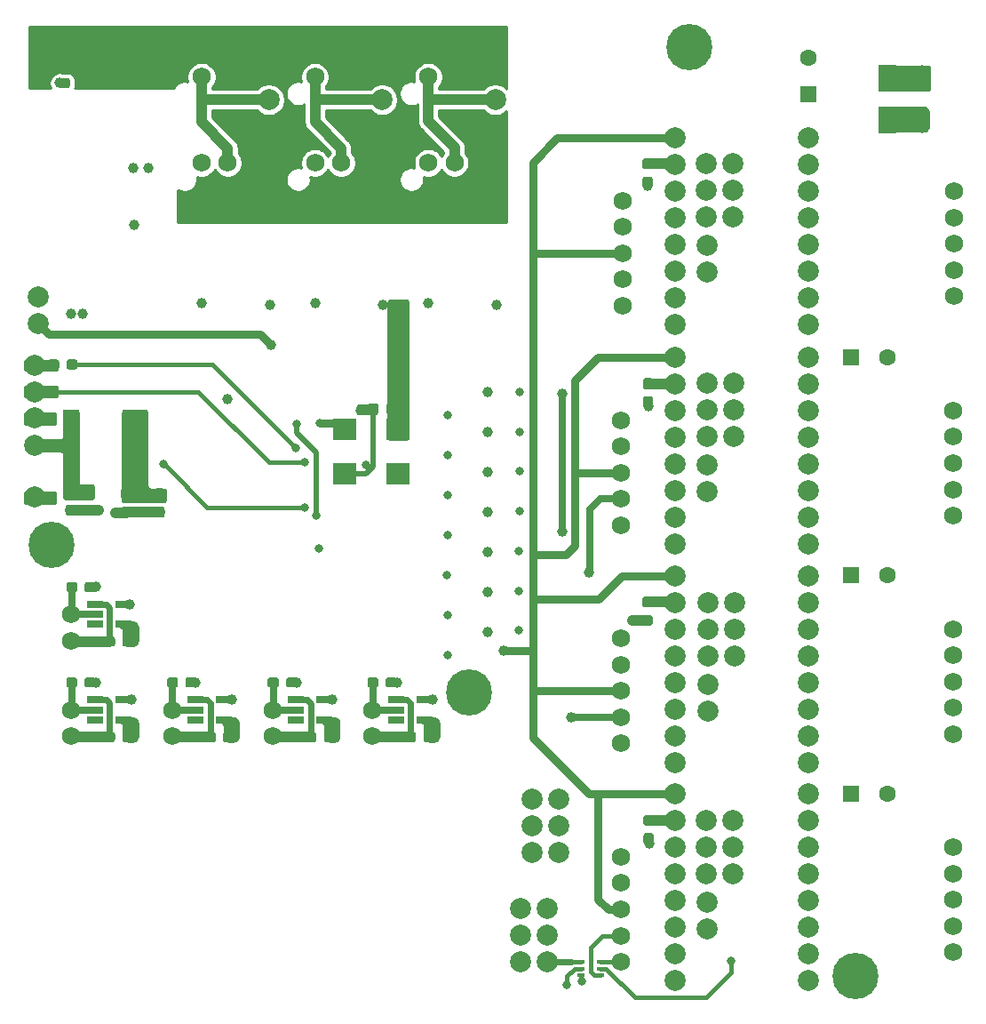
<source format=gbl>
%TF.GenerationSoftware,KiCad,Pcbnew,(5.1.5)-2*%
%TF.CreationDate,2019-12-28T19:20:09-08:00*%
%TF.ProjectId,20191222_Projects_Mainboard_A0,32303139-3132-4323-925f-50726f6a6563,A3*%
%TF.SameCoordinates,PX2191c00PY7534e20*%
%TF.FileFunction,Copper,L4,Bot*%
%TF.FilePolarity,Positive*%
%FSLAX46Y46*%
G04 Gerber Fmt 4.6, Leading zero omitted, Abs format (unit mm)*
G04 Created by KiCad (PCBNEW (5.1.5)-2) date 2019-12-28 19:20:09*
%MOMM*%
%LPD*%
G04 APERTURE LIST*
%ADD10C,1.750000*%
%ADD11C,0.100000*%
%ADD12C,1.600000*%
%ADD13R,1.600000X1.600000*%
%ADD14R,1.800000X2.500000*%
%ADD15R,1.500000X6.600000*%
%ADD16C,2.000000*%
%ADD17C,1.524000*%
%ADD18R,1.560000X0.650000*%
%ADD19R,0.650000X0.400000*%
%ADD20R,2.200000X2.000000*%
%ADD21C,4.400000*%
%ADD22C,0.800000*%
%ADD23C,1.000000*%
%ADD24C,0.400000*%
%ADD25C,1.000000*%
%ADD26C,0.600000*%
%ADD27C,0.550000*%
%ADD28C,0.650000*%
%ADD29C,0.750000*%
%ADD30C,0.500000*%
%ADD31C,0.800000*%
%ADD32C,0.254000*%
G04 APERTURE END LIST*
D10*
X33300000Y2900000D03*
X33300000Y5400000D03*
X4600000Y2900000D03*
X4600000Y5400000D03*
X14200000Y2900000D03*
X14200000Y5400000D03*
X4600000Y12000000D03*
X4600000Y14500000D03*
X23800000Y2900000D03*
X23800000Y5400000D03*
X41100000Y57500000D03*
X38600000Y57500000D03*
X41100000Y65700000D03*
X38600000Y65700000D03*
X30300000Y57500000D03*
X27800000Y57500000D03*
X30300000Y65700000D03*
X27800000Y65700000D03*
X19500000Y57500000D03*
X17000000Y57500000D03*
X19500000Y65700000D03*
X17000000Y65700000D03*
%TA.AperFunction,SMDPad,CuDef*%
D11*
G36*
X3210779Y38773856D02*
G01*
X3233834Y38770437D01*
X3256443Y38764773D01*
X3278387Y38756921D01*
X3299457Y38746956D01*
X3319448Y38734974D01*
X3338168Y38721090D01*
X3355438Y38705438D01*
X3371090Y38688168D01*
X3384974Y38669448D01*
X3396956Y38649457D01*
X3406921Y38628387D01*
X3414773Y38606443D01*
X3420437Y38583834D01*
X3423856Y38560779D01*
X3425000Y38537500D01*
X3425000Y38062500D01*
X3423856Y38039221D01*
X3420437Y38016166D01*
X3414773Y37993557D01*
X3406921Y37971613D01*
X3396956Y37950543D01*
X3384974Y37930552D01*
X3371090Y37911832D01*
X3355438Y37894562D01*
X3338168Y37878910D01*
X3319448Y37865026D01*
X3299457Y37853044D01*
X3278387Y37843079D01*
X3256443Y37835227D01*
X3233834Y37829563D01*
X3210779Y37826144D01*
X3187500Y37825000D01*
X2612500Y37825000D01*
X2589221Y37826144D01*
X2566166Y37829563D01*
X2543557Y37835227D01*
X2521613Y37843079D01*
X2500543Y37853044D01*
X2480552Y37865026D01*
X2461832Y37878910D01*
X2444562Y37894562D01*
X2428910Y37911832D01*
X2415026Y37930552D01*
X2403044Y37950543D01*
X2393079Y37971613D01*
X2385227Y37993557D01*
X2379563Y38016166D01*
X2376144Y38039221D01*
X2375000Y38062500D01*
X2375000Y38537500D01*
X2376144Y38560779D01*
X2379563Y38583834D01*
X2385227Y38606443D01*
X2393079Y38628387D01*
X2403044Y38649457D01*
X2415026Y38669448D01*
X2428910Y38688168D01*
X2444562Y38705438D01*
X2461832Y38721090D01*
X2480552Y38734974D01*
X2500543Y38746956D01*
X2521613Y38756921D01*
X2543557Y38764773D01*
X2566166Y38770437D01*
X2589221Y38773856D01*
X2612500Y38775000D01*
X3187500Y38775000D01*
X3210779Y38773856D01*
G37*
%TD.AperFunction*%
%TA.AperFunction,SMDPad,CuDef*%
G36*
X4960779Y38773856D02*
G01*
X4983834Y38770437D01*
X5006443Y38764773D01*
X5028387Y38756921D01*
X5049457Y38746956D01*
X5069448Y38734974D01*
X5088168Y38721090D01*
X5105438Y38705438D01*
X5121090Y38688168D01*
X5134974Y38669448D01*
X5146956Y38649457D01*
X5156921Y38628387D01*
X5164773Y38606443D01*
X5170437Y38583834D01*
X5173856Y38560779D01*
X5175000Y38537500D01*
X5175000Y38062500D01*
X5173856Y38039221D01*
X5170437Y38016166D01*
X5164773Y37993557D01*
X5156921Y37971613D01*
X5146956Y37950543D01*
X5134974Y37930552D01*
X5121090Y37911832D01*
X5105438Y37894562D01*
X5088168Y37878910D01*
X5069448Y37865026D01*
X5049457Y37853044D01*
X5028387Y37843079D01*
X5006443Y37835227D01*
X4983834Y37829563D01*
X4960779Y37826144D01*
X4937500Y37825000D01*
X4362500Y37825000D01*
X4339221Y37826144D01*
X4316166Y37829563D01*
X4293557Y37835227D01*
X4271613Y37843079D01*
X4250543Y37853044D01*
X4230552Y37865026D01*
X4211832Y37878910D01*
X4194562Y37894562D01*
X4178910Y37911832D01*
X4165026Y37930552D01*
X4153044Y37950543D01*
X4143079Y37971613D01*
X4135227Y37993557D01*
X4129563Y38016166D01*
X4126144Y38039221D01*
X4125000Y38062500D01*
X4125000Y38537500D01*
X4126144Y38560779D01*
X4129563Y38583834D01*
X4135227Y38606443D01*
X4143079Y38628387D01*
X4153044Y38649457D01*
X4165026Y38669448D01*
X4178910Y38688168D01*
X4194562Y38705438D01*
X4211832Y38721090D01*
X4230552Y38734974D01*
X4250543Y38746956D01*
X4271613Y38756921D01*
X4293557Y38764773D01*
X4316166Y38770437D01*
X4339221Y38773856D01*
X4362500Y38775000D01*
X4937500Y38775000D01*
X4960779Y38773856D01*
G37*
%TD.AperFunction*%
%TA.AperFunction,SMDPad,CuDef*%
G36*
X5985779Y65573856D02*
G01*
X6008834Y65570437D01*
X6031443Y65564773D01*
X6053387Y65556921D01*
X6074457Y65546956D01*
X6094448Y65534974D01*
X6113168Y65521090D01*
X6130438Y65505438D01*
X6146090Y65488168D01*
X6159974Y65469448D01*
X6171956Y65449457D01*
X6181921Y65428387D01*
X6189773Y65406443D01*
X6195437Y65383834D01*
X6198856Y65360779D01*
X6200000Y65337500D01*
X6200000Y64862500D01*
X6198856Y64839221D01*
X6195437Y64816166D01*
X6189773Y64793557D01*
X6181921Y64771613D01*
X6171956Y64750543D01*
X6159974Y64730552D01*
X6146090Y64711832D01*
X6130438Y64694562D01*
X6113168Y64678910D01*
X6094448Y64665026D01*
X6074457Y64653044D01*
X6053387Y64643079D01*
X6031443Y64635227D01*
X6008834Y64629563D01*
X5985779Y64626144D01*
X5962500Y64625000D01*
X5387500Y64625000D01*
X5364221Y64626144D01*
X5341166Y64629563D01*
X5318557Y64635227D01*
X5296613Y64643079D01*
X5275543Y64653044D01*
X5255552Y64665026D01*
X5236832Y64678910D01*
X5219562Y64694562D01*
X5203910Y64711832D01*
X5190026Y64730552D01*
X5178044Y64750543D01*
X5168079Y64771613D01*
X5160227Y64793557D01*
X5154563Y64816166D01*
X5151144Y64839221D01*
X5150000Y64862500D01*
X5150000Y65337500D01*
X5151144Y65360779D01*
X5154563Y65383834D01*
X5160227Y65406443D01*
X5168079Y65428387D01*
X5178044Y65449457D01*
X5190026Y65469448D01*
X5203910Y65488168D01*
X5219562Y65505438D01*
X5236832Y65521090D01*
X5255552Y65534974D01*
X5275543Y65546956D01*
X5296613Y65556921D01*
X5318557Y65564773D01*
X5341166Y65570437D01*
X5364221Y65573856D01*
X5387500Y65575000D01*
X5962500Y65575000D01*
X5985779Y65573856D01*
G37*
%TD.AperFunction*%
%TA.AperFunction,SMDPad,CuDef*%
G36*
X4235779Y65573856D02*
G01*
X4258834Y65570437D01*
X4281443Y65564773D01*
X4303387Y65556921D01*
X4324457Y65546956D01*
X4344448Y65534974D01*
X4363168Y65521090D01*
X4380438Y65505438D01*
X4396090Y65488168D01*
X4409974Y65469448D01*
X4421956Y65449457D01*
X4431921Y65428387D01*
X4439773Y65406443D01*
X4445437Y65383834D01*
X4448856Y65360779D01*
X4450000Y65337500D01*
X4450000Y64862500D01*
X4448856Y64839221D01*
X4445437Y64816166D01*
X4439773Y64793557D01*
X4431921Y64771613D01*
X4421956Y64750543D01*
X4409974Y64730552D01*
X4396090Y64711832D01*
X4380438Y64694562D01*
X4363168Y64678910D01*
X4344448Y64665026D01*
X4324457Y64653044D01*
X4303387Y64643079D01*
X4281443Y64635227D01*
X4258834Y64629563D01*
X4235779Y64626144D01*
X4212500Y64625000D01*
X3637500Y64625000D01*
X3614221Y64626144D01*
X3591166Y64629563D01*
X3568557Y64635227D01*
X3546613Y64643079D01*
X3525543Y64653044D01*
X3505552Y64665026D01*
X3486832Y64678910D01*
X3469562Y64694562D01*
X3453910Y64711832D01*
X3440026Y64730552D01*
X3428044Y64750543D01*
X3418079Y64771613D01*
X3410227Y64793557D01*
X3404563Y64816166D01*
X3401144Y64839221D01*
X3400000Y64862500D01*
X3400000Y65337500D01*
X3401144Y65360779D01*
X3404563Y65383834D01*
X3410227Y65406443D01*
X3418079Y65428387D01*
X3428044Y65449457D01*
X3440026Y65469448D01*
X3453910Y65488168D01*
X3469562Y65505438D01*
X3486832Y65521090D01*
X3505552Y65534974D01*
X3525543Y65546956D01*
X3546613Y65556921D01*
X3568557Y65564773D01*
X3591166Y65570437D01*
X3614221Y65573856D01*
X3637500Y65575000D01*
X4212500Y65575000D01*
X4235779Y65573856D01*
G37*
%TD.AperFunction*%
%TA.AperFunction,SMDPad,CuDef*%
G36*
X38985779Y3273856D02*
G01*
X39008834Y3270437D01*
X39031443Y3264773D01*
X39053387Y3256921D01*
X39074457Y3246956D01*
X39094448Y3234974D01*
X39113168Y3221090D01*
X39130438Y3205438D01*
X39146090Y3188168D01*
X39159974Y3169448D01*
X39171956Y3149457D01*
X39181921Y3128387D01*
X39189773Y3106443D01*
X39195437Y3083834D01*
X39198856Y3060779D01*
X39200000Y3037500D01*
X39200000Y2562500D01*
X39198856Y2539221D01*
X39195437Y2516166D01*
X39189773Y2493557D01*
X39181921Y2471613D01*
X39171956Y2450543D01*
X39159974Y2430552D01*
X39146090Y2411832D01*
X39130438Y2394562D01*
X39113168Y2378910D01*
X39094448Y2365026D01*
X39074457Y2353044D01*
X39053387Y2343079D01*
X39031443Y2335227D01*
X39008834Y2329563D01*
X38985779Y2326144D01*
X38962500Y2325000D01*
X38387500Y2325000D01*
X38364221Y2326144D01*
X38341166Y2329563D01*
X38318557Y2335227D01*
X38296613Y2343079D01*
X38275543Y2353044D01*
X38255552Y2365026D01*
X38236832Y2378910D01*
X38219562Y2394562D01*
X38203910Y2411832D01*
X38190026Y2430552D01*
X38178044Y2450543D01*
X38168079Y2471613D01*
X38160227Y2493557D01*
X38154563Y2516166D01*
X38151144Y2539221D01*
X38150000Y2562500D01*
X38150000Y3037500D01*
X38151144Y3060779D01*
X38154563Y3083834D01*
X38160227Y3106443D01*
X38168079Y3128387D01*
X38178044Y3149457D01*
X38190026Y3169448D01*
X38203910Y3188168D01*
X38219562Y3205438D01*
X38236832Y3221090D01*
X38255552Y3234974D01*
X38275543Y3246956D01*
X38296613Y3256921D01*
X38318557Y3264773D01*
X38341166Y3270437D01*
X38364221Y3273856D01*
X38387500Y3275000D01*
X38962500Y3275000D01*
X38985779Y3273856D01*
G37*
%TD.AperFunction*%
%TA.AperFunction,SMDPad,CuDef*%
G36*
X37235779Y3273856D02*
G01*
X37258834Y3270437D01*
X37281443Y3264773D01*
X37303387Y3256921D01*
X37324457Y3246956D01*
X37344448Y3234974D01*
X37363168Y3221090D01*
X37380438Y3205438D01*
X37396090Y3188168D01*
X37409974Y3169448D01*
X37421956Y3149457D01*
X37431921Y3128387D01*
X37439773Y3106443D01*
X37445437Y3083834D01*
X37448856Y3060779D01*
X37450000Y3037500D01*
X37450000Y2562500D01*
X37448856Y2539221D01*
X37445437Y2516166D01*
X37439773Y2493557D01*
X37431921Y2471613D01*
X37421956Y2450543D01*
X37409974Y2430552D01*
X37396090Y2411832D01*
X37380438Y2394562D01*
X37363168Y2378910D01*
X37344448Y2365026D01*
X37324457Y2353044D01*
X37303387Y2343079D01*
X37281443Y2335227D01*
X37258834Y2329563D01*
X37235779Y2326144D01*
X37212500Y2325000D01*
X36637500Y2325000D01*
X36614221Y2326144D01*
X36591166Y2329563D01*
X36568557Y2335227D01*
X36546613Y2343079D01*
X36525543Y2353044D01*
X36505552Y2365026D01*
X36486832Y2378910D01*
X36469562Y2394562D01*
X36453910Y2411832D01*
X36440026Y2430552D01*
X36428044Y2450543D01*
X36418079Y2471613D01*
X36410227Y2493557D01*
X36404563Y2516166D01*
X36401144Y2539221D01*
X36400000Y2562500D01*
X36400000Y3037500D01*
X36401144Y3060779D01*
X36404563Y3083834D01*
X36410227Y3106443D01*
X36418079Y3128387D01*
X36428044Y3149457D01*
X36440026Y3169448D01*
X36453910Y3188168D01*
X36469562Y3205438D01*
X36486832Y3221090D01*
X36505552Y3234974D01*
X36525543Y3246956D01*
X36546613Y3256921D01*
X36568557Y3264773D01*
X36591166Y3270437D01*
X36614221Y3273856D01*
X36637500Y3275000D01*
X37212500Y3275000D01*
X37235779Y3273856D01*
G37*
%TD.AperFunction*%
%TA.AperFunction,SMDPad,CuDef*%
G36*
X8535779Y3273856D02*
G01*
X8558834Y3270437D01*
X8581443Y3264773D01*
X8603387Y3256921D01*
X8624457Y3246956D01*
X8644448Y3234974D01*
X8663168Y3221090D01*
X8680438Y3205438D01*
X8696090Y3188168D01*
X8709974Y3169448D01*
X8721956Y3149457D01*
X8731921Y3128387D01*
X8739773Y3106443D01*
X8745437Y3083834D01*
X8748856Y3060779D01*
X8750000Y3037500D01*
X8750000Y2562500D01*
X8748856Y2539221D01*
X8745437Y2516166D01*
X8739773Y2493557D01*
X8731921Y2471613D01*
X8721956Y2450543D01*
X8709974Y2430552D01*
X8696090Y2411832D01*
X8680438Y2394562D01*
X8663168Y2378910D01*
X8644448Y2365026D01*
X8624457Y2353044D01*
X8603387Y2343079D01*
X8581443Y2335227D01*
X8558834Y2329563D01*
X8535779Y2326144D01*
X8512500Y2325000D01*
X7937500Y2325000D01*
X7914221Y2326144D01*
X7891166Y2329563D01*
X7868557Y2335227D01*
X7846613Y2343079D01*
X7825543Y2353044D01*
X7805552Y2365026D01*
X7786832Y2378910D01*
X7769562Y2394562D01*
X7753910Y2411832D01*
X7740026Y2430552D01*
X7728044Y2450543D01*
X7718079Y2471613D01*
X7710227Y2493557D01*
X7704563Y2516166D01*
X7701144Y2539221D01*
X7700000Y2562500D01*
X7700000Y3037500D01*
X7701144Y3060779D01*
X7704563Y3083834D01*
X7710227Y3106443D01*
X7718079Y3128387D01*
X7728044Y3149457D01*
X7740026Y3169448D01*
X7753910Y3188168D01*
X7769562Y3205438D01*
X7786832Y3221090D01*
X7805552Y3234974D01*
X7825543Y3246956D01*
X7846613Y3256921D01*
X7868557Y3264773D01*
X7891166Y3270437D01*
X7914221Y3273856D01*
X7937500Y3275000D01*
X8512500Y3275000D01*
X8535779Y3273856D01*
G37*
%TD.AperFunction*%
%TA.AperFunction,SMDPad,CuDef*%
G36*
X10285779Y3273856D02*
G01*
X10308834Y3270437D01*
X10331443Y3264773D01*
X10353387Y3256921D01*
X10374457Y3246956D01*
X10394448Y3234974D01*
X10413168Y3221090D01*
X10430438Y3205438D01*
X10446090Y3188168D01*
X10459974Y3169448D01*
X10471956Y3149457D01*
X10481921Y3128387D01*
X10489773Y3106443D01*
X10495437Y3083834D01*
X10498856Y3060779D01*
X10500000Y3037500D01*
X10500000Y2562500D01*
X10498856Y2539221D01*
X10495437Y2516166D01*
X10489773Y2493557D01*
X10481921Y2471613D01*
X10471956Y2450543D01*
X10459974Y2430552D01*
X10446090Y2411832D01*
X10430438Y2394562D01*
X10413168Y2378910D01*
X10394448Y2365026D01*
X10374457Y2353044D01*
X10353387Y2343079D01*
X10331443Y2335227D01*
X10308834Y2329563D01*
X10285779Y2326144D01*
X10262500Y2325000D01*
X9687500Y2325000D01*
X9664221Y2326144D01*
X9641166Y2329563D01*
X9618557Y2335227D01*
X9596613Y2343079D01*
X9575543Y2353044D01*
X9555552Y2365026D01*
X9536832Y2378910D01*
X9519562Y2394562D01*
X9503910Y2411832D01*
X9490026Y2430552D01*
X9478044Y2450543D01*
X9468079Y2471613D01*
X9460227Y2493557D01*
X9454563Y2516166D01*
X9451144Y2539221D01*
X9450000Y2562500D01*
X9450000Y3037500D01*
X9451144Y3060779D01*
X9454563Y3083834D01*
X9460227Y3106443D01*
X9468079Y3128387D01*
X9478044Y3149457D01*
X9490026Y3169448D01*
X9503910Y3188168D01*
X9519562Y3205438D01*
X9536832Y3221090D01*
X9555552Y3234974D01*
X9575543Y3246956D01*
X9596613Y3256921D01*
X9618557Y3264773D01*
X9641166Y3270437D01*
X9664221Y3273856D01*
X9687500Y3275000D01*
X10262500Y3275000D01*
X10285779Y3273856D01*
G37*
%TD.AperFunction*%
%TA.AperFunction,SMDPad,CuDef*%
G36*
X19885779Y3273856D02*
G01*
X19908834Y3270437D01*
X19931443Y3264773D01*
X19953387Y3256921D01*
X19974457Y3246956D01*
X19994448Y3234974D01*
X20013168Y3221090D01*
X20030438Y3205438D01*
X20046090Y3188168D01*
X20059974Y3169448D01*
X20071956Y3149457D01*
X20081921Y3128387D01*
X20089773Y3106443D01*
X20095437Y3083834D01*
X20098856Y3060779D01*
X20100000Y3037500D01*
X20100000Y2562500D01*
X20098856Y2539221D01*
X20095437Y2516166D01*
X20089773Y2493557D01*
X20081921Y2471613D01*
X20071956Y2450543D01*
X20059974Y2430552D01*
X20046090Y2411832D01*
X20030438Y2394562D01*
X20013168Y2378910D01*
X19994448Y2365026D01*
X19974457Y2353044D01*
X19953387Y2343079D01*
X19931443Y2335227D01*
X19908834Y2329563D01*
X19885779Y2326144D01*
X19862500Y2325000D01*
X19287500Y2325000D01*
X19264221Y2326144D01*
X19241166Y2329563D01*
X19218557Y2335227D01*
X19196613Y2343079D01*
X19175543Y2353044D01*
X19155552Y2365026D01*
X19136832Y2378910D01*
X19119562Y2394562D01*
X19103910Y2411832D01*
X19090026Y2430552D01*
X19078044Y2450543D01*
X19068079Y2471613D01*
X19060227Y2493557D01*
X19054563Y2516166D01*
X19051144Y2539221D01*
X19050000Y2562500D01*
X19050000Y3037500D01*
X19051144Y3060779D01*
X19054563Y3083834D01*
X19060227Y3106443D01*
X19068079Y3128387D01*
X19078044Y3149457D01*
X19090026Y3169448D01*
X19103910Y3188168D01*
X19119562Y3205438D01*
X19136832Y3221090D01*
X19155552Y3234974D01*
X19175543Y3246956D01*
X19196613Y3256921D01*
X19218557Y3264773D01*
X19241166Y3270437D01*
X19264221Y3273856D01*
X19287500Y3275000D01*
X19862500Y3275000D01*
X19885779Y3273856D01*
G37*
%TD.AperFunction*%
%TA.AperFunction,SMDPad,CuDef*%
G36*
X18135779Y3273856D02*
G01*
X18158834Y3270437D01*
X18181443Y3264773D01*
X18203387Y3256921D01*
X18224457Y3246956D01*
X18244448Y3234974D01*
X18263168Y3221090D01*
X18280438Y3205438D01*
X18296090Y3188168D01*
X18309974Y3169448D01*
X18321956Y3149457D01*
X18331921Y3128387D01*
X18339773Y3106443D01*
X18345437Y3083834D01*
X18348856Y3060779D01*
X18350000Y3037500D01*
X18350000Y2562500D01*
X18348856Y2539221D01*
X18345437Y2516166D01*
X18339773Y2493557D01*
X18331921Y2471613D01*
X18321956Y2450543D01*
X18309974Y2430552D01*
X18296090Y2411832D01*
X18280438Y2394562D01*
X18263168Y2378910D01*
X18244448Y2365026D01*
X18224457Y2353044D01*
X18203387Y2343079D01*
X18181443Y2335227D01*
X18158834Y2329563D01*
X18135779Y2326144D01*
X18112500Y2325000D01*
X17537500Y2325000D01*
X17514221Y2326144D01*
X17491166Y2329563D01*
X17468557Y2335227D01*
X17446613Y2343079D01*
X17425543Y2353044D01*
X17405552Y2365026D01*
X17386832Y2378910D01*
X17369562Y2394562D01*
X17353910Y2411832D01*
X17340026Y2430552D01*
X17328044Y2450543D01*
X17318079Y2471613D01*
X17310227Y2493557D01*
X17304563Y2516166D01*
X17301144Y2539221D01*
X17300000Y2562500D01*
X17300000Y3037500D01*
X17301144Y3060779D01*
X17304563Y3083834D01*
X17310227Y3106443D01*
X17318079Y3128387D01*
X17328044Y3149457D01*
X17340026Y3169448D01*
X17353910Y3188168D01*
X17369562Y3205438D01*
X17386832Y3221090D01*
X17405552Y3234974D01*
X17425543Y3246956D01*
X17446613Y3256921D01*
X17468557Y3264773D01*
X17491166Y3270437D01*
X17514221Y3273856D01*
X17537500Y3275000D01*
X18112500Y3275000D01*
X18135779Y3273856D01*
G37*
%TD.AperFunction*%
%TA.AperFunction,SMDPad,CuDef*%
G36*
X8535779Y12373856D02*
G01*
X8558834Y12370437D01*
X8581443Y12364773D01*
X8603387Y12356921D01*
X8624457Y12346956D01*
X8644448Y12334974D01*
X8663168Y12321090D01*
X8680438Y12305438D01*
X8696090Y12288168D01*
X8709974Y12269448D01*
X8721956Y12249457D01*
X8731921Y12228387D01*
X8739773Y12206443D01*
X8745437Y12183834D01*
X8748856Y12160779D01*
X8750000Y12137500D01*
X8750000Y11662500D01*
X8748856Y11639221D01*
X8745437Y11616166D01*
X8739773Y11593557D01*
X8731921Y11571613D01*
X8721956Y11550543D01*
X8709974Y11530552D01*
X8696090Y11511832D01*
X8680438Y11494562D01*
X8663168Y11478910D01*
X8644448Y11465026D01*
X8624457Y11453044D01*
X8603387Y11443079D01*
X8581443Y11435227D01*
X8558834Y11429563D01*
X8535779Y11426144D01*
X8512500Y11425000D01*
X7937500Y11425000D01*
X7914221Y11426144D01*
X7891166Y11429563D01*
X7868557Y11435227D01*
X7846613Y11443079D01*
X7825543Y11453044D01*
X7805552Y11465026D01*
X7786832Y11478910D01*
X7769562Y11494562D01*
X7753910Y11511832D01*
X7740026Y11530552D01*
X7728044Y11550543D01*
X7718079Y11571613D01*
X7710227Y11593557D01*
X7704563Y11616166D01*
X7701144Y11639221D01*
X7700000Y11662500D01*
X7700000Y12137500D01*
X7701144Y12160779D01*
X7704563Y12183834D01*
X7710227Y12206443D01*
X7718079Y12228387D01*
X7728044Y12249457D01*
X7740026Y12269448D01*
X7753910Y12288168D01*
X7769562Y12305438D01*
X7786832Y12321090D01*
X7805552Y12334974D01*
X7825543Y12346956D01*
X7846613Y12356921D01*
X7868557Y12364773D01*
X7891166Y12370437D01*
X7914221Y12373856D01*
X7937500Y12375000D01*
X8512500Y12375000D01*
X8535779Y12373856D01*
G37*
%TD.AperFunction*%
%TA.AperFunction,SMDPad,CuDef*%
G36*
X10285779Y12373856D02*
G01*
X10308834Y12370437D01*
X10331443Y12364773D01*
X10353387Y12356921D01*
X10374457Y12346956D01*
X10394448Y12334974D01*
X10413168Y12321090D01*
X10430438Y12305438D01*
X10446090Y12288168D01*
X10459974Y12269448D01*
X10471956Y12249457D01*
X10481921Y12228387D01*
X10489773Y12206443D01*
X10495437Y12183834D01*
X10498856Y12160779D01*
X10500000Y12137500D01*
X10500000Y11662500D01*
X10498856Y11639221D01*
X10495437Y11616166D01*
X10489773Y11593557D01*
X10481921Y11571613D01*
X10471956Y11550543D01*
X10459974Y11530552D01*
X10446090Y11511832D01*
X10430438Y11494562D01*
X10413168Y11478910D01*
X10394448Y11465026D01*
X10374457Y11453044D01*
X10353387Y11443079D01*
X10331443Y11435227D01*
X10308834Y11429563D01*
X10285779Y11426144D01*
X10262500Y11425000D01*
X9687500Y11425000D01*
X9664221Y11426144D01*
X9641166Y11429563D01*
X9618557Y11435227D01*
X9596613Y11443079D01*
X9575543Y11453044D01*
X9555552Y11465026D01*
X9536832Y11478910D01*
X9519562Y11494562D01*
X9503910Y11511832D01*
X9490026Y11530552D01*
X9478044Y11550543D01*
X9468079Y11571613D01*
X9460227Y11593557D01*
X9454563Y11616166D01*
X9451144Y11639221D01*
X9450000Y11662500D01*
X9450000Y12137500D01*
X9451144Y12160779D01*
X9454563Y12183834D01*
X9460227Y12206443D01*
X9468079Y12228387D01*
X9478044Y12249457D01*
X9490026Y12269448D01*
X9503910Y12288168D01*
X9519562Y12305438D01*
X9536832Y12321090D01*
X9555552Y12334974D01*
X9575543Y12346956D01*
X9596613Y12356921D01*
X9618557Y12364773D01*
X9641166Y12370437D01*
X9664221Y12373856D01*
X9687500Y12375000D01*
X10262500Y12375000D01*
X10285779Y12373856D01*
G37*
%TD.AperFunction*%
%TA.AperFunction,SMDPad,CuDef*%
G36*
X29485779Y3273856D02*
G01*
X29508834Y3270437D01*
X29531443Y3264773D01*
X29553387Y3256921D01*
X29574457Y3246956D01*
X29594448Y3234974D01*
X29613168Y3221090D01*
X29630438Y3205438D01*
X29646090Y3188168D01*
X29659974Y3169448D01*
X29671956Y3149457D01*
X29681921Y3128387D01*
X29689773Y3106443D01*
X29695437Y3083834D01*
X29698856Y3060779D01*
X29700000Y3037500D01*
X29700000Y2562500D01*
X29698856Y2539221D01*
X29695437Y2516166D01*
X29689773Y2493557D01*
X29681921Y2471613D01*
X29671956Y2450543D01*
X29659974Y2430552D01*
X29646090Y2411832D01*
X29630438Y2394562D01*
X29613168Y2378910D01*
X29594448Y2365026D01*
X29574457Y2353044D01*
X29553387Y2343079D01*
X29531443Y2335227D01*
X29508834Y2329563D01*
X29485779Y2326144D01*
X29462500Y2325000D01*
X28887500Y2325000D01*
X28864221Y2326144D01*
X28841166Y2329563D01*
X28818557Y2335227D01*
X28796613Y2343079D01*
X28775543Y2353044D01*
X28755552Y2365026D01*
X28736832Y2378910D01*
X28719562Y2394562D01*
X28703910Y2411832D01*
X28690026Y2430552D01*
X28678044Y2450543D01*
X28668079Y2471613D01*
X28660227Y2493557D01*
X28654563Y2516166D01*
X28651144Y2539221D01*
X28650000Y2562500D01*
X28650000Y3037500D01*
X28651144Y3060779D01*
X28654563Y3083834D01*
X28660227Y3106443D01*
X28668079Y3128387D01*
X28678044Y3149457D01*
X28690026Y3169448D01*
X28703910Y3188168D01*
X28719562Y3205438D01*
X28736832Y3221090D01*
X28755552Y3234974D01*
X28775543Y3246956D01*
X28796613Y3256921D01*
X28818557Y3264773D01*
X28841166Y3270437D01*
X28864221Y3273856D01*
X28887500Y3275000D01*
X29462500Y3275000D01*
X29485779Y3273856D01*
G37*
%TD.AperFunction*%
%TA.AperFunction,SMDPad,CuDef*%
G36*
X27735779Y3273856D02*
G01*
X27758834Y3270437D01*
X27781443Y3264773D01*
X27803387Y3256921D01*
X27824457Y3246956D01*
X27844448Y3234974D01*
X27863168Y3221090D01*
X27880438Y3205438D01*
X27896090Y3188168D01*
X27909974Y3169448D01*
X27921956Y3149457D01*
X27931921Y3128387D01*
X27939773Y3106443D01*
X27945437Y3083834D01*
X27948856Y3060779D01*
X27950000Y3037500D01*
X27950000Y2562500D01*
X27948856Y2539221D01*
X27945437Y2516166D01*
X27939773Y2493557D01*
X27931921Y2471613D01*
X27921956Y2450543D01*
X27909974Y2430552D01*
X27896090Y2411832D01*
X27880438Y2394562D01*
X27863168Y2378910D01*
X27844448Y2365026D01*
X27824457Y2353044D01*
X27803387Y2343079D01*
X27781443Y2335227D01*
X27758834Y2329563D01*
X27735779Y2326144D01*
X27712500Y2325000D01*
X27137500Y2325000D01*
X27114221Y2326144D01*
X27091166Y2329563D01*
X27068557Y2335227D01*
X27046613Y2343079D01*
X27025543Y2353044D01*
X27005552Y2365026D01*
X26986832Y2378910D01*
X26969562Y2394562D01*
X26953910Y2411832D01*
X26940026Y2430552D01*
X26928044Y2450543D01*
X26918079Y2471613D01*
X26910227Y2493557D01*
X26904563Y2516166D01*
X26901144Y2539221D01*
X26900000Y2562500D01*
X26900000Y3037500D01*
X26901144Y3060779D01*
X26904563Y3083834D01*
X26910227Y3106443D01*
X26918079Y3128387D01*
X26928044Y3149457D01*
X26940026Y3169448D01*
X26953910Y3188168D01*
X26969562Y3205438D01*
X26986832Y3221090D01*
X27005552Y3234974D01*
X27025543Y3246956D01*
X27046613Y3256921D01*
X27068557Y3264773D01*
X27091166Y3270437D01*
X27114221Y3273856D01*
X27137500Y3275000D01*
X27712500Y3275000D01*
X27735779Y3273856D01*
G37*
%TD.AperFunction*%
%TA.AperFunction,SMDPad,CuDef*%
G36*
X4760779Y24948856D02*
G01*
X4783834Y24945437D01*
X4806443Y24939773D01*
X4828387Y24931921D01*
X4849457Y24921956D01*
X4869448Y24909974D01*
X4888168Y24896090D01*
X4905438Y24880438D01*
X4921090Y24863168D01*
X4934974Y24844448D01*
X4946956Y24824457D01*
X4956921Y24803387D01*
X4964773Y24781443D01*
X4970437Y24758834D01*
X4973856Y24735779D01*
X4975000Y24712500D01*
X4975000Y24137500D01*
X4973856Y24114221D01*
X4970437Y24091166D01*
X4964773Y24068557D01*
X4956921Y24046613D01*
X4946956Y24025543D01*
X4934974Y24005552D01*
X4921090Y23986832D01*
X4905438Y23969562D01*
X4888168Y23953910D01*
X4869448Y23940026D01*
X4849457Y23928044D01*
X4828387Y23918079D01*
X4806443Y23910227D01*
X4783834Y23904563D01*
X4760779Y23901144D01*
X4737500Y23900000D01*
X4262500Y23900000D01*
X4239221Y23901144D01*
X4216166Y23904563D01*
X4193557Y23910227D01*
X4171613Y23918079D01*
X4150543Y23928044D01*
X4130552Y23940026D01*
X4111832Y23953910D01*
X4094562Y23969562D01*
X4078910Y23986832D01*
X4065026Y24005552D01*
X4053044Y24025543D01*
X4043079Y24046613D01*
X4035227Y24068557D01*
X4029563Y24091166D01*
X4026144Y24114221D01*
X4025000Y24137500D01*
X4025000Y24712500D01*
X4026144Y24735779D01*
X4029563Y24758834D01*
X4035227Y24781443D01*
X4043079Y24803387D01*
X4053044Y24824457D01*
X4065026Y24844448D01*
X4078910Y24863168D01*
X4094562Y24880438D01*
X4111832Y24896090D01*
X4130552Y24909974D01*
X4150543Y24921956D01*
X4171613Y24931921D01*
X4193557Y24939773D01*
X4216166Y24945437D01*
X4239221Y24948856D01*
X4262500Y24950000D01*
X4737500Y24950000D01*
X4760779Y24948856D01*
G37*
%TD.AperFunction*%
%TA.AperFunction,SMDPad,CuDef*%
G36*
X4760779Y26698856D02*
G01*
X4783834Y26695437D01*
X4806443Y26689773D01*
X4828387Y26681921D01*
X4849457Y26671956D01*
X4869448Y26659974D01*
X4888168Y26646090D01*
X4905438Y26630438D01*
X4921090Y26613168D01*
X4934974Y26594448D01*
X4946956Y26574457D01*
X4956921Y26553387D01*
X4964773Y26531443D01*
X4970437Y26508834D01*
X4973856Y26485779D01*
X4975000Y26462500D01*
X4975000Y25887500D01*
X4973856Y25864221D01*
X4970437Y25841166D01*
X4964773Y25818557D01*
X4956921Y25796613D01*
X4946956Y25775543D01*
X4934974Y25755552D01*
X4921090Y25736832D01*
X4905438Y25719562D01*
X4888168Y25703910D01*
X4869448Y25690026D01*
X4849457Y25678044D01*
X4828387Y25668079D01*
X4806443Y25660227D01*
X4783834Y25654563D01*
X4760779Y25651144D01*
X4737500Y25650000D01*
X4262500Y25650000D01*
X4239221Y25651144D01*
X4216166Y25654563D01*
X4193557Y25660227D01*
X4171613Y25668079D01*
X4150543Y25678044D01*
X4130552Y25690026D01*
X4111832Y25703910D01*
X4094562Y25719562D01*
X4078910Y25736832D01*
X4065026Y25755552D01*
X4053044Y25775543D01*
X4043079Y25796613D01*
X4035227Y25818557D01*
X4029563Y25841166D01*
X4026144Y25864221D01*
X4025000Y25887500D01*
X4025000Y26462500D01*
X4026144Y26485779D01*
X4029563Y26508834D01*
X4035227Y26531443D01*
X4043079Y26553387D01*
X4053044Y26574457D01*
X4065026Y26594448D01*
X4078910Y26613168D01*
X4094562Y26630438D01*
X4111832Y26646090D01*
X4130552Y26659974D01*
X4150543Y26671956D01*
X4171613Y26681921D01*
X4193557Y26689773D01*
X4216166Y26695437D01*
X4239221Y26698856D01*
X4262500Y26700000D01*
X4737500Y26700000D01*
X4760779Y26698856D01*
G37*
%TD.AperFunction*%
%TA.AperFunction,SMDPad,CuDef*%
G36*
X6360779Y26698856D02*
G01*
X6383834Y26695437D01*
X6406443Y26689773D01*
X6428387Y26681921D01*
X6449457Y26671956D01*
X6469448Y26659974D01*
X6488168Y26646090D01*
X6505438Y26630438D01*
X6521090Y26613168D01*
X6534974Y26594448D01*
X6546956Y26574457D01*
X6556921Y26553387D01*
X6564773Y26531443D01*
X6570437Y26508834D01*
X6573856Y26485779D01*
X6575000Y26462500D01*
X6575000Y25887500D01*
X6573856Y25864221D01*
X6570437Y25841166D01*
X6564773Y25818557D01*
X6556921Y25796613D01*
X6546956Y25775543D01*
X6534974Y25755552D01*
X6521090Y25736832D01*
X6505438Y25719562D01*
X6488168Y25703910D01*
X6469448Y25690026D01*
X6449457Y25678044D01*
X6428387Y25668079D01*
X6406443Y25660227D01*
X6383834Y25654563D01*
X6360779Y25651144D01*
X6337500Y25650000D01*
X5862500Y25650000D01*
X5839221Y25651144D01*
X5816166Y25654563D01*
X5793557Y25660227D01*
X5771613Y25668079D01*
X5750543Y25678044D01*
X5730552Y25690026D01*
X5711832Y25703910D01*
X5694562Y25719562D01*
X5678910Y25736832D01*
X5665026Y25755552D01*
X5653044Y25775543D01*
X5643079Y25796613D01*
X5635227Y25818557D01*
X5629563Y25841166D01*
X5626144Y25864221D01*
X5625000Y25887500D01*
X5625000Y26462500D01*
X5626144Y26485779D01*
X5629563Y26508834D01*
X5635227Y26531443D01*
X5643079Y26553387D01*
X5653044Y26574457D01*
X5665026Y26594448D01*
X5678910Y26613168D01*
X5694562Y26630438D01*
X5711832Y26646090D01*
X5730552Y26659974D01*
X5750543Y26671956D01*
X5771613Y26681921D01*
X5793557Y26689773D01*
X5816166Y26695437D01*
X5839221Y26698856D01*
X5862500Y26700000D01*
X6337500Y26700000D01*
X6360779Y26698856D01*
G37*
%TD.AperFunction*%
%TA.AperFunction,SMDPad,CuDef*%
G36*
X6360779Y24948856D02*
G01*
X6383834Y24945437D01*
X6406443Y24939773D01*
X6428387Y24931921D01*
X6449457Y24921956D01*
X6469448Y24909974D01*
X6488168Y24896090D01*
X6505438Y24880438D01*
X6521090Y24863168D01*
X6534974Y24844448D01*
X6546956Y24824457D01*
X6556921Y24803387D01*
X6564773Y24781443D01*
X6570437Y24758834D01*
X6573856Y24735779D01*
X6575000Y24712500D01*
X6575000Y24137500D01*
X6573856Y24114221D01*
X6570437Y24091166D01*
X6564773Y24068557D01*
X6556921Y24046613D01*
X6546956Y24025543D01*
X6534974Y24005552D01*
X6521090Y23986832D01*
X6505438Y23969562D01*
X6488168Y23953910D01*
X6469448Y23940026D01*
X6449457Y23928044D01*
X6428387Y23918079D01*
X6406443Y23910227D01*
X6383834Y23904563D01*
X6360779Y23901144D01*
X6337500Y23900000D01*
X5862500Y23900000D01*
X5839221Y23901144D01*
X5816166Y23904563D01*
X5793557Y23910227D01*
X5771613Y23918079D01*
X5750543Y23928044D01*
X5730552Y23940026D01*
X5711832Y23953910D01*
X5694562Y23969562D01*
X5678910Y23986832D01*
X5665026Y24005552D01*
X5653044Y24025543D01*
X5643079Y24046613D01*
X5635227Y24068557D01*
X5629563Y24091166D01*
X5626144Y24114221D01*
X5625000Y24137500D01*
X5625000Y24712500D01*
X5626144Y24735779D01*
X5629563Y24758834D01*
X5635227Y24781443D01*
X5643079Y24803387D01*
X5653044Y24824457D01*
X5665026Y24844448D01*
X5678910Y24863168D01*
X5694562Y24880438D01*
X5711832Y24896090D01*
X5730552Y24909974D01*
X5750543Y24921956D01*
X5771613Y24931921D01*
X5793557Y24939773D01*
X5816166Y24945437D01*
X5839221Y24948856D01*
X5862500Y24950000D01*
X6337500Y24950000D01*
X6360779Y24948856D01*
G37*
%TD.AperFunction*%
%TA.AperFunction,SMDPad,CuDef*%
G36*
X10060779Y26498856D02*
G01*
X10083834Y26495437D01*
X10106443Y26489773D01*
X10128387Y26481921D01*
X10149457Y26471956D01*
X10169448Y26459974D01*
X10188168Y26446090D01*
X10205438Y26430438D01*
X10221090Y26413168D01*
X10234974Y26394448D01*
X10246956Y26374457D01*
X10256921Y26353387D01*
X10264773Y26331443D01*
X10270437Y26308834D01*
X10273856Y26285779D01*
X10275000Y26262500D01*
X10275000Y25687500D01*
X10273856Y25664221D01*
X10270437Y25641166D01*
X10264773Y25618557D01*
X10256921Y25596613D01*
X10246956Y25575543D01*
X10234974Y25555552D01*
X10221090Y25536832D01*
X10205438Y25519562D01*
X10188168Y25503910D01*
X10169448Y25490026D01*
X10149457Y25478044D01*
X10128387Y25468079D01*
X10106443Y25460227D01*
X10083834Y25454563D01*
X10060779Y25451144D01*
X10037500Y25450000D01*
X9562500Y25450000D01*
X9539221Y25451144D01*
X9516166Y25454563D01*
X9493557Y25460227D01*
X9471613Y25468079D01*
X9450543Y25478044D01*
X9430552Y25490026D01*
X9411832Y25503910D01*
X9394562Y25519562D01*
X9378910Y25536832D01*
X9365026Y25555552D01*
X9353044Y25575543D01*
X9343079Y25596613D01*
X9335227Y25618557D01*
X9329563Y25641166D01*
X9326144Y25664221D01*
X9325000Y25687500D01*
X9325000Y26262500D01*
X9326144Y26285779D01*
X9329563Y26308834D01*
X9335227Y26331443D01*
X9343079Y26353387D01*
X9353044Y26374457D01*
X9365026Y26394448D01*
X9378910Y26413168D01*
X9394562Y26430438D01*
X9411832Y26446090D01*
X9430552Y26459974D01*
X9450543Y26471956D01*
X9471613Y26481921D01*
X9493557Y26489773D01*
X9516166Y26495437D01*
X9539221Y26498856D01*
X9562500Y26500000D01*
X10037500Y26500000D01*
X10060779Y26498856D01*
G37*
%TD.AperFunction*%
%TA.AperFunction,SMDPad,CuDef*%
G36*
X10060779Y24748856D02*
G01*
X10083834Y24745437D01*
X10106443Y24739773D01*
X10128387Y24731921D01*
X10149457Y24721956D01*
X10169448Y24709974D01*
X10188168Y24696090D01*
X10205438Y24680438D01*
X10221090Y24663168D01*
X10234974Y24644448D01*
X10246956Y24624457D01*
X10256921Y24603387D01*
X10264773Y24581443D01*
X10270437Y24558834D01*
X10273856Y24535779D01*
X10275000Y24512500D01*
X10275000Y23937500D01*
X10273856Y23914221D01*
X10270437Y23891166D01*
X10264773Y23868557D01*
X10256921Y23846613D01*
X10246956Y23825543D01*
X10234974Y23805552D01*
X10221090Y23786832D01*
X10205438Y23769562D01*
X10188168Y23753910D01*
X10169448Y23740026D01*
X10149457Y23728044D01*
X10128387Y23718079D01*
X10106443Y23710227D01*
X10083834Y23704563D01*
X10060779Y23701144D01*
X10037500Y23700000D01*
X9562500Y23700000D01*
X9539221Y23701144D01*
X9516166Y23704563D01*
X9493557Y23710227D01*
X9471613Y23718079D01*
X9450543Y23728044D01*
X9430552Y23740026D01*
X9411832Y23753910D01*
X9394562Y23769562D01*
X9378910Y23786832D01*
X9365026Y23805552D01*
X9353044Y23825543D01*
X9343079Y23846613D01*
X9335227Y23868557D01*
X9329563Y23891166D01*
X9326144Y23914221D01*
X9325000Y23937500D01*
X9325000Y24512500D01*
X9326144Y24535779D01*
X9329563Y24558834D01*
X9335227Y24581443D01*
X9343079Y24603387D01*
X9353044Y24624457D01*
X9365026Y24644448D01*
X9378910Y24663168D01*
X9394562Y24680438D01*
X9411832Y24696090D01*
X9430552Y24709974D01*
X9450543Y24721956D01*
X9471613Y24731921D01*
X9493557Y24739773D01*
X9516166Y24745437D01*
X9539221Y24748856D01*
X9562500Y24750000D01*
X10037500Y24750000D01*
X10060779Y24748856D01*
G37*
%TD.AperFunction*%
%TA.AperFunction,SMDPad,CuDef*%
G36*
X11660779Y24748856D02*
G01*
X11683834Y24745437D01*
X11706443Y24739773D01*
X11728387Y24731921D01*
X11749457Y24721956D01*
X11769448Y24709974D01*
X11788168Y24696090D01*
X11805438Y24680438D01*
X11821090Y24663168D01*
X11834974Y24644448D01*
X11846956Y24624457D01*
X11856921Y24603387D01*
X11864773Y24581443D01*
X11870437Y24558834D01*
X11873856Y24535779D01*
X11875000Y24512500D01*
X11875000Y23937500D01*
X11873856Y23914221D01*
X11870437Y23891166D01*
X11864773Y23868557D01*
X11856921Y23846613D01*
X11846956Y23825543D01*
X11834974Y23805552D01*
X11821090Y23786832D01*
X11805438Y23769562D01*
X11788168Y23753910D01*
X11769448Y23740026D01*
X11749457Y23728044D01*
X11728387Y23718079D01*
X11706443Y23710227D01*
X11683834Y23704563D01*
X11660779Y23701144D01*
X11637500Y23700000D01*
X11162500Y23700000D01*
X11139221Y23701144D01*
X11116166Y23704563D01*
X11093557Y23710227D01*
X11071613Y23718079D01*
X11050543Y23728044D01*
X11030552Y23740026D01*
X11011832Y23753910D01*
X10994562Y23769562D01*
X10978910Y23786832D01*
X10965026Y23805552D01*
X10953044Y23825543D01*
X10943079Y23846613D01*
X10935227Y23868557D01*
X10929563Y23891166D01*
X10926144Y23914221D01*
X10925000Y23937500D01*
X10925000Y24512500D01*
X10926144Y24535779D01*
X10929563Y24558834D01*
X10935227Y24581443D01*
X10943079Y24603387D01*
X10953044Y24624457D01*
X10965026Y24644448D01*
X10978910Y24663168D01*
X10994562Y24680438D01*
X11011832Y24696090D01*
X11030552Y24709974D01*
X11050543Y24721956D01*
X11071613Y24731921D01*
X11093557Y24739773D01*
X11116166Y24745437D01*
X11139221Y24748856D01*
X11162500Y24750000D01*
X11637500Y24750000D01*
X11660779Y24748856D01*
G37*
%TD.AperFunction*%
%TA.AperFunction,SMDPad,CuDef*%
G36*
X11660779Y26498856D02*
G01*
X11683834Y26495437D01*
X11706443Y26489773D01*
X11728387Y26481921D01*
X11749457Y26471956D01*
X11769448Y26459974D01*
X11788168Y26446090D01*
X11805438Y26430438D01*
X11821090Y26413168D01*
X11834974Y26394448D01*
X11846956Y26374457D01*
X11856921Y26353387D01*
X11864773Y26331443D01*
X11870437Y26308834D01*
X11873856Y26285779D01*
X11875000Y26262500D01*
X11875000Y25687500D01*
X11873856Y25664221D01*
X11870437Y25641166D01*
X11864773Y25618557D01*
X11856921Y25596613D01*
X11846956Y25575543D01*
X11834974Y25555552D01*
X11821090Y25536832D01*
X11805438Y25519562D01*
X11788168Y25503910D01*
X11769448Y25490026D01*
X11749457Y25478044D01*
X11728387Y25468079D01*
X11706443Y25460227D01*
X11683834Y25454563D01*
X11660779Y25451144D01*
X11637500Y25450000D01*
X11162500Y25450000D01*
X11139221Y25451144D01*
X11116166Y25454563D01*
X11093557Y25460227D01*
X11071613Y25468079D01*
X11050543Y25478044D01*
X11030552Y25490026D01*
X11011832Y25503910D01*
X10994562Y25519562D01*
X10978910Y25536832D01*
X10965026Y25555552D01*
X10953044Y25575543D01*
X10943079Y25596613D01*
X10935227Y25618557D01*
X10929563Y25641166D01*
X10926144Y25664221D01*
X10925000Y25687500D01*
X10925000Y26262500D01*
X10926144Y26285779D01*
X10929563Y26308834D01*
X10935227Y26331443D01*
X10943079Y26353387D01*
X10953044Y26374457D01*
X10965026Y26394448D01*
X10978910Y26413168D01*
X10994562Y26430438D01*
X11011832Y26446090D01*
X11030552Y26459974D01*
X11050543Y26471956D01*
X11071613Y26481921D01*
X11093557Y26489773D01*
X11116166Y26495437D01*
X11139221Y26498856D01*
X11162500Y26500000D01*
X11637500Y26500000D01*
X11660779Y26498856D01*
G37*
%TD.AperFunction*%
%TA.AperFunction,SMDPad,CuDef*%
G36*
X13260779Y26498856D02*
G01*
X13283834Y26495437D01*
X13306443Y26489773D01*
X13328387Y26481921D01*
X13349457Y26471956D01*
X13369448Y26459974D01*
X13388168Y26446090D01*
X13405438Y26430438D01*
X13421090Y26413168D01*
X13434974Y26394448D01*
X13446956Y26374457D01*
X13456921Y26353387D01*
X13464773Y26331443D01*
X13470437Y26308834D01*
X13473856Y26285779D01*
X13475000Y26262500D01*
X13475000Y25687500D01*
X13473856Y25664221D01*
X13470437Y25641166D01*
X13464773Y25618557D01*
X13456921Y25596613D01*
X13446956Y25575543D01*
X13434974Y25555552D01*
X13421090Y25536832D01*
X13405438Y25519562D01*
X13388168Y25503910D01*
X13369448Y25490026D01*
X13349457Y25478044D01*
X13328387Y25468079D01*
X13306443Y25460227D01*
X13283834Y25454563D01*
X13260779Y25451144D01*
X13237500Y25450000D01*
X12762500Y25450000D01*
X12739221Y25451144D01*
X12716166Y25454563D01*
X12693557Y25460227D01*
X12671613Y25468079D01*
X12650543Y25478044D01*
X12630552Y25490026D01*
X12611832Y25503910D01*
X12594562Y25519562D01*
X12578910Y25536832D01*
X12565026Y25555552D01*
X12553044Y25575543D01*
X12543079Y25596613D01*
X12535227Y25618557D01*
X12529563Y25641166D01*
X12526144Y25664221D01*
X12525000Y25687500D01*
X12525000Y26262500D01*
X12526144Y26285779D01*
X12529563Y26308834D01*
X12535227Y26331443D01*
X12543079Y26353387D01*
X12553044Y26374457D01*
X12565026Y26394448D01*
X12578910Y26413168D01*
X12594562Y26430438D01*
X12611832Y26446090D01*
X12630552Y26459974D01*
X12650543Y26471956D01*
X12671613Y26481921D01*
X12693557Y26489773D01*
X12716166Y26495437D01*
X12739221Y26498856D01*
X12762500Y26500000D01*
X13237500Y26500000D01*
X13260779Y26498856D01*
G37*
%TD.AperFunction*%
%TA.AperFunction,SMDPad,CuDef*%
G36*
X13260779Y24748856D02*
G01*
X13283834Y24745437D01*
X13306443Y24739773D01*
X13328387Y24731921D01*
X13349457Y24721956D01*
X13369448Y24709974D01*
X13388168Y24696090D01*
X13405438Y24680438D01*
X13421090Y24663168D01*
X13434974Y24644448D01*
X13446956Y24624457D01*
X13456921Y24603387D01*
X13464773Y24581443D01*
X13470437Y24558834D01*
X13473856Y24535779D01*
X13475000Y24512500D01*
X13475000Y23937500D01*
X13473856Y23914221D01*
X13470437Y23891166D01*
X13464773Y23868557D01*
X13456921Y23846613D01*
X13446956Y23825543D01*
X13434974Y23805552D01*
X13421090Y23786832D01*
X13405438Y23769562D01*
X13388168Y23753910D01*
X13369448Y23740026D01*
X13349457Y23728044D01*
X13328387Y23718079D01*
X13306443Y23710227D01*
X13283834Y23704563D01*
X13260779Y23701144D01*
X13237500Y23700000D01*
X12762500Y23700000D01*
X12739221Y23701144D01*
X12716166Y23704563D01*
X12693557Y23710227D01*
X12671613Y23718079D01*
X12650543Y23728044D01*
X12630552Y23740026D01*
X12611832Y23753910D01*
X12594562Y23769562D01*
X12578910Y23786832D01*
X12565026Y23805552D01*
X12553044Y23825543D01*
X12543079Y23846613D01*
X12535227Y23868557D01*
X12529563Y23891166D01*
X12526144Y23914221D01*
X12525000Y23937500D01*
X12525000Y24512500D01*
X12526144Y24535779D01*
X12529563Y24558834D01*
X12535227Y24581443D01*
X12543079Y24603387D01*
X12553044Y24624457D01*
X12565026Y24644448D01*
X12578910Y24663168D01*
X12594562Y24680438D01*
X12611832Y24696090D01*
X12630552Y24709974D01*
X12650543Y24721956D01*
X12671613Y24731921D01*
X12693557Y24739773D01*
X12716166Y24745437D01*
X12739221Y24748856D01*
X12762500Y24750000D01*
X13237500Y24750000D01*
X13260779Y24748856D01*
G37*
%TD.AperFunction*%
D12*
X74850000Y67500000D03*
D13*
X74850000Y64000000D03*
X78900000Y39000000D03*
D12*
X82400000Y39000000D03*
D13*
X78900000Y18200000D03*
D12*
X82400000Y18200000D03*
X82400000Y-2600000D03*
D13*
X78900000Y-2600000D03*
D14*
X82400000Y61600000D03*
X82400000Y65600000D03*
D15*
X4550000Y30700000D03*
X10250000Y30700000D03*
D16*
X45000000Y63500000D03*
X45000000Y66040000D03*
X34200000Y66040000D03*
X34200000Y63500000D03*
X23400000Y63500000D03*
X23400000Y66040000D03*
D10*
X57000000Y-8600000D03*
X57000000Y-11100000D03*
X57000000Y-13600000D03*
X57000000Y-16100000D03*
X57000000Y-18600000D03*
X57000000Y12200000D03*
X57000000Y9700000D03*
X57000000Y7200000D03*
X57000000Y4700000D03*
X57000000Y2200000D03*
X57000000Y33000000D03*
X57000000Y30500000D03*
X57000000Y28000000D03*
X57000000Y25500000D03*
X57000000Y23000000D03*
X57100000Y43900000D03*
X57100000Y46400000D03*
X57100000Y48900000D03*
X57100000Y51400000D03*
X57100000Y53900000D03*
D16*
X48530000Y-3110000D03*
X51070000Y-3110000D03*
X48530000Y-5650000D03*
X51070000Y-5650000D03*
X48530000Y-8190000D03*
X51070000Y-8190000D03*
X49970000Y-18600000D03*
X47430000Y-18600000D03*
X49970000Y-16060000D03*
X47430000Y-16060000D03*
X49970000Y-13520000D03*
X47430000Y-13520000D03*
X67770000Y10520000D03*
X65230000Y10520000D03*
X67770000Y13060000D03*
X65230000Y13060000D03*
X67770000Y15600000D03*
X65230000Y15600000D03*
X65200000Y36500000D03*
X67740000Y36500000D03*
X65200000Y33960000D03*
X67740000Y33960000D03*
X65200000Y31420000D03*
X67740000Y31420000D03*
X67670000Y52320000D03*
X65130000Y52320000D03*
X67670000Y54860000D03*
X65130000Y54860000D03*
X67670000Y57400000D03*
X65130000Y57400000D03*
X65130000Y-5160000D03*
X67670000Y-5160000D03*
X65130000Y-7700000D03*
X67670000Y-7700000D03*
X65130000Y-10240000D03*
X67670000Y-10240000D03*
D10*
X88600000Y3100000D03*
X88600000Y5600000D03*
X88600000Y8100000D03*
X88600000Y10600000D03*
X88600000Y13100000D03*
X88600000Y33900000D03*
X88600000Y31400000D03*
X88600000Y28900000D03*
X88600000Y26400000D03*
X88600000Y23900000D03*
X88700000Y54800000D03*
X88700000Y52300000D03*
X88700000Y49800000D03*
X88700000Y47300000D03*
X88700000Y44800000D03*
X88600000Y-7700000D03*
X88600000Y-10200000D03*
X88600000Y-12700000D03*
X88600000Y-15200000D03*
X88600000Y-17700000D03*
D17*
X85700000Y61100000D03*
X85700000Y66100000D03*
D18*
X38250000Y4450000D03*
X38250000Y6350000D03*
X35550000Y6350000D03*
X35550000Y5400000D03*
X35550000Y4450000D03*
X6850000Y4450000D03*
X6850000Y5400000D03*
X6850000Y6350000D03*
X9550000Y6350000D03*
X9550000Y4450000D03*
X19150000Y4450000D03*
X19150000Y6350000D03*
X16450000Y6350000D03*
X16450000Y5400000D03*
X16450000Y4450000D03*
X6850000Y13550000D03*
X6850000Y14500000D03*
X6850000Y15450000D03*
X9550000Y15450000D03*
X9550000Y13550000D03*
X26000000Y4450000D03*
X26000000Y5400000D03*
X26000000Y6350000D03*
X28700000Y6350000D03*
X28700000Y4450000D03*
D19*
X55050000Y-19900000D03*
X55050000Y-18600000D03*
X53150000Y-19250000D03*
X55050000Y-19250000D03*
X53150000Y-18600000D03*
X53150000Y-19900000D03*
%TA.AperFunction,SMDPad,CuDef*%
D11*
G36*
X35385779Y8473856D02*
G01*
X35408834Y8470437D01*
X35431443Y8464773D01*
X35453387Y8456921D01*
X35474457Y8446956D01*
X35494448Y8434974D01*
X35513168Y8421090D01*
X35530438Y8405438D01*
X35546090Y8388168D01*
X35559974Y8369448D01*
X35571956Y8349457D01*
X35581921Y8328387D01*
X35589773Y8306443D01*
X35595437Y8283834D01*
X35598856Y8260779D01*
X35600000Y8237500D01*
X35600000Y7762500D01*
X35598856Y7739221D01*
X35595437Y7716166D01*
X35589773Y7693557D01*
X35581921Y7671613D01*
X35571956Y7650543D01*
X35559974Y7630552D01*
X35546090Y7611832D01*
X35530438Y7594562D01*
X35513168Y7578910D01*
X35494448Y7565026D01*
X35474457Y7553044D01*
X35453387Y7543079D01*
X35431443Y7535227D01*
X35408834Y7529563D01*
X35385779Y7526144D01*
X35362500Y7525000D01*
X34787500Y7525000D01*
X34764221Y7526144D01*
X34741166Y7529563D01*
X34718557Y7535227D01*
X34696613Y7543079D01*
X34675543Y7553044D01*
X34655552Y7565026D01*
X34636832Y7578910D01*
X34619562Y7594562D01*
X34603910Y7611832D01*
X34590026Y7630552D01*
X34578044Y7650543D01*
X34568079Y7671613D01*
X34560227Y7693557D01*
X34554563Y7716166D01*
X34551144Y7739221D01*
X34550000Y7762500D01*
X34550000Y8237500D01*
X34551144Y8260779D01*
X34554563Y8283834D01*
X34560227Y8306443D01*
X34568079Y8328387D01*
X34578044Y8349457D01*
X34590026Y8369448D01*
X34603910Y8388168D01*
X34619562Y8405438D01*
X34636832Y8421090D01*
X34655552Y8434974D01*
X34675543Y8446956D01*
X34696613Y8456921D01*
X34718557Y8464773D01*
X34741166Y8470437D01*
X34764221Y8473856D01*
X34787500Y8475000D01*
X35362500Y8475000D01*
X35385779Y8473856D01*
G37*
%TD.AperFunction*%
%TA.AperFunction,SMDPad,CuDef*%
G36*
X33635779Y8473856D02*
G01*
X33658834Y8470437D01*
X33681443Y8464773D01*
X33703387Y8456921D01*
X33724457Y8446956D01*
X33744448Y8434974D01*
X33763168Y8421090D01*
X33780438Y8405438D01*
X33796090Y8388168D01*
X33809974Y8369448D01*
X33821956Y8349457D01*
X33831921Y8328387D01*
X33839773Y8306443D01*
X33845437Y8283834D01*
X33848856Y8260779D01*
X33850000Y8237500D01*
X33850000Y7762500D01*
X33848856Y7739221D01*
X33845437Y7716166D01*
X33839773Y7693557D01*
X33831921Y7671613D01*
X33821956Y7650543D01*
X33809974Y7630552D01*
X33796090Y7611832D01*
X33780438Y7594562D01*
X33763168Y7578910D01*
X33744448Y7565026D01*
X33724457Y7553044D01*
X33703387Y7543079D01*
X33681443Y7535227D01*
X33658834Y7529563D01*
X33635779Y7526144D01*
X33612500Y7525000D01*
X33037500Y7525000D01*
X33014221Y7526144D01*
X32991166Y7529563D01*
X32968557Y7535227D01*
X32946613Y7543079D01*
X32925543Y7553044D01*
X32905552Y7565026D01*
X32886832Y7578910D01*
X32869562Y7594562D01*
X32853910Y7611832D01*
X32840026Y7630552D01*
X32828044Y7650543D01*
X32818079Y7671613D01*
X32810227Y7693557D01*
X32804563Y7716166D01*
X32801144Y7739221D01*
X32800000Y7762500D01*
X32800000Y8237500D01*
X32801144Y8260779D01*
X32804563Y8283834D01*
X32810227Y8306443D01*
X32818079Y8328387D01*
X32828044Y8349457D01*
X32840026Y8369448D01*
X32853910Y8388168D01*
X32869562Y8405438D01*
X32886832Y8421090D01*
X32905552Y8434974D01*
X32925543Y8446956D01*
X32946613Y8456921D01*
X32968557Y8464773D01*
X32991166Y8470437D01*
X33014221Y8473856D01*
X33037500Y8475000D01*
X33612500Y8475000D01*
X33635779Y8473856D01*
G37*
%TD.AperFunction*%
%TA.AperFunction,SMDPad,CuDef*%
G36*
X6685779Y8473856D02*
G01*
X6708834Y8470437D01*
X6731443Y8464773D01*
X6753387Y8456921D01*
X6774457Y8446956D01*
X6794448Y8434974D01*
X6813168Y8421090D01*
X6830438Y8405438D01*
X6846090Y8388168D01*
X6859974Y8369448D01*
X6871956Y8349457D01*
X6881921Y8328387D01*
X6889773Y8306443D01*
X6895437Y8283834D01*
X6898856Y8260779D01*
X6900000Y8237500D01*
X6900000Y7762500D01*
X6898856Y7739221D01*
X6895437Y7716166D01*
X6889773Y7693557D01*
X6881921Y7671613D01*
X6871956Y7650543D01*
X6859974Y7630552D01*
X6846090Y7611832D01*
X6830438Y7594562D01*
X6813168Y7578910D01*
X6794448Y7565026D01*
X6774457Y7553044D01*
X6753387Y7543079D01*
X6731443Y7535227D01*
X6708834Y7529563D01*
X6685779Y7526144D01*
X6662500Y7525000D01*
X6087500Y7525000D01*
X6064221Y7526144D01*
X6041166Y7529563D01*
X6018557Y7535227D01*
X5996613Y7543079D01*
X5975543Y7553044D01*
X5955552Y7565026D01*
X5936832Y7578910D01*
X5919562Y7594562D01*
X5903910Y7611832D01*
X5890026Y7630552D01*
X5878044Y7650543D01*
X5868079Y7671613D01*
X5860227Y7693557D01*
X5854563Y7716166D01*
X5851144Y7739221D01*
X5850000Y7762500D01*
X5850000Y8237500D01*
X5851144Y8260779D01*
X5854563Y8283834D01*
X5860227Y8306443D01*
X5868079Y8328387D01*
X5878044Y8349457D01*
X5890026Y8369448D01*
X5903910Y8388168D01*
X5919562Y8405438D01*
X5936832Y8421090D01*
X5955552Y8434974D01*
X5975543Y8446956D01*
X5996613Y8456921D01*
X6018557Y8464773D01*
X6041166Y8470437D01*
X6064221Y8473856D01*
X6087500Y8475000D01*
X6662500Y8475000D01*
X6685779Y8473856D01*
G37*
%TD.AperFunction*%
%TA.AperFunction,SMDPad,CuDef*%
G36*
X4935779Y8473856D02*
G01*
X4958834Y8470437D01*
X4981443Y8464773D01*
X5003387Y8456921D01*
X5024457Y8446956D01*
X5044448Y8434974D01*
X5063168Y8421090D01*
X5080438Y8405438D01*
X5096090Y8388168D01*
X5109974Y8369448D01*
X5121956Y8349457D01*
X5131921Y8328387D01*
X5139773Y8306443D01*
X5145437Y8283834D01*
X5148856Y8260779D01*
X5150000Y8237500D01*
X5150000Y7762500D01*
X5148856Y7739221D01*
X5145437Y7716166D01*
X5139773Y7693557D01*
X5131921Y7671613D01*
X5121956Y7650543D01*
X5109974Y7630552D01*
X5096090Y7611832D01*
X5080438Y7594562D01*
X5063168Y7578910D01*
X5044448Y7565026D01*
X5024457Y7553044D01*
X5003387Y7543079D01*
X4981443Y7535227D01*
X4958834Y7529563D01*
X4935779Y7526144D01*
X4912500Y7525000D01*
X4337500Y7525000D01*
X4314221Y7526144D01*
X4291166Y7529563D01*
X4268557Y7535227D01*
X4246613Y7543079D01*
X4225543Y7553044D01*
X4205552Y7565026D01*
X4186832Y7578910D01*
X4169562Y7594562D01*
X4153910Y7611832D01*
X4140026Y7630552D01*
X4128044Y7650543D01*
X4118079Y7671613D01*
X4110227Y7693557D01*
X4104563Y7716166D01*
X4101144Y7739221D01*
X4100000Y7762500D01*
X4100000Y8237500D01*
X4101144Y8260779D01*
X4104563Y8283834D01*
X4110227Y8306443D01*
X4118079Y8328387D01*
X4128044Y8349457D01*
X4140026Y8369448D01*
X4153910Y8388168D01*
X4169562Y8405438D01*
X4186832Y8421090D01*
X4205552Y8434974D01*
X4225543Y8446956D01*
X4246613Y8456921D01*
X4268557Y8464773D01*
X4291166Y8470437D01*
X4314221Y8473856D01*
X4337500Y8475000D01*
X4912500Y8475000D01*
X4935779Y8473856D01*
G37*
%TD.AperFunction*%
%TA.AperFunction,SMDPad,CuDef*%
G36*
X14535779Y8473856D02*
G01*
X14558834Y8470437D01*
X14581443Y8464773D01*
X14603387Y8456921D01*
X14624457Y8446956D01*
X14644448Y8434974D01*
X14663168Y8421090D01*
X14680438Y8405438D01*
X14696090Y8388168D01*
X14709974Y8369448D01*
X14721956Y8349457D01*
X14731921Y8328387D01*
X14739773Y8306443D01*
X14745437Y8283834D01*
X14748856Y8260779D01*
X14750000Y8237500D01*
X14750000Y7762500D01*
X14748856Y7739221D01*
X14745437Y7716166D01*
X14739773Y7693557D01*
X14731921Y7671613D01*
X14721956Y7650543D01*
X14709974Y7630552D01*
X14696090Y7611832D01*
X14680438Y7594562D01*
X14663168Y7578910D01*
X14644448Y7565026D01*
X14624457Y7553044D01*
X14603387Y7543079D01*
X14581443Y7535227D01*
X14558834Y7529563D01*
X14535779Y7526144D01*
X14512500Y7525000D01*
X13937500Y7525000D01*
X13914221Y7526144D01*
X13891166Y7529563D01*
X13868557Y7535227D01*
X13846613Y7543079D01*
X13825543Y7553044D01*
X13805552Y7565026D01*
X13786832Y7578910D01*
X13769562Y7594562D01*
X13753910Y7611832D01*
X13740026Y7630552D01*
X13728044Y7650543D01*
X13718079Y7671613D01*
X13710227Y7693557D01*
X13704563Y7716166D01*
X13701144Y7739221D01*
X13700000Y7762500D01*
X13700000Y8237500D01*
X13701144Y8260779D01*
X13704563Y8283834D01*
X13710227Y8306443D01*
X13718079Y8328387D01*
X13728044Y8349457D01*
X13740026Y8369448D01*
X13753910Y8388168D01*
X13769562Y8405438D01*
X13786832Y8421090D01*
X13805552Y8434974D01*
X13825543Y8446956D01*
X13846613Y8456921D01*
X13868557Y8464773D01*
X13891166Y8470437D01*
X13914221Y8473856D01*
X13937500Y8475000D01*
X14512500Y8475000D01*
X14535779Y8473856D01*
G37*
%TD.AperFunction*%
%TA.AperFunction,SMDPad,CuDef*%
G36*
X16285779Y8473856D02*
G01*
X16308834Y8470437D01*
X16331443Y8464773D01*
X16353387Y8456921D01*
X16374457Y8446956D01*
X16394448Y8434974D01*
X16413168Y8421090D01*
X16430438Y8405438D01*
X16446090Y8388168D01*
X16459974Y8369448D01*
X16471956Y8349457D01*
X16481921Y8328387D01*
X16489773Y8306443D01*
X16495437Y8283834D01*
X16498856Y8260779D01*
X16500000Y8237500D01*
X16500000Y7762500D01*
X16498856Y7739221D01*
X16495437Y7716166D01*
X16489773Y7693557D01*
X16481921Y7671613D01*
X16471956Y7650543D01*
X16459974Y7630552D01*
X16446090Y7611832D01*
X16430438Y7594562D01*
X16413168Y7578910D01*
X16394448Y7565026D01*
X16374457Y7553044D01*
X16353387Y7543079D01*
X16331443Y7535227D01*
X16308834Y7529563D01*
X16285779Y7526144D01*
X16262500Y7525000D01*
X15687500Y7525000D01*
X15664221Y7526144D01*
X15641166Y7529563D01*
X15618557Y7535227D01*
X15596613Y7543079D01*
X15575543Y7553044D01*
X15555552Y7565026D01*
X15536832Y7578910D01*
X15519562Y7594562D01*
X15503910Y7611832D01*
X15490026Y7630552D01*
X15478044Y7650543D01*
X15468079Y7671613D01*
X15460227Y7693557D01*
X15454563Y7716166D01*
X15451144Y7739221D01*
X15450000Y7762500D01*
X15450000Y8237500D01*
X15451144Y8260779D01*
X15454563Y8283834D01*
X15460227Y8306443D01*
X15468079Y8328387D01*
X15478044Y8349457D01*
X15490026Y8369448D01*
X15503910Y8388168D01*
X15519562Y8405438D01*
X15536832Y8421090D01*
X15555552Y8434974D01*
X15575543Y8446956D01*
X15596613Y8456921D01*
X15618557Y8464773D01*
X15641166Y8470437D01*
X15664221Y8473856D01*
X15687500Y8475000D01*
X16262500Y8475000D01*
X16285779Y8473856D01*
G37*
%TD.AperFunction*%
%TA.AperFunction,SMDPad,CuDef*%
G36*
X6685779Y17573856D02*
G01*
X6708834Y17570437D01*
X6731443Y17564773D01*
X6753387Y17556921D01*
X6774457Y17546956D01*
X6794448Y17534974D01*
X6813168Y17521090D01*
X6830438Y17505438D01*
X6846090Y17488168D01*
X6859974Y17469448D01*
X6871956Y17449457D01*
X6881921Y17428387D01*
X6889773Y17406443D01*
X6895437Y17383834D01*
X6898856Y17360779D01*
X6900000Y17337500D01*
X6900000Y16862500D01*
X6898856Y16839221D01*
X6895437Y16816166D01*
X6889773Y16793557D01*
X6881921Y16771613D01*
X6871956Y16750543D01*
X6859974Y16730552D01*
X6846090Y16711832D01*
X6830438Y16694562D01*
X6813168Y16678910D01*
X6794448Y16665026D01*
X6774457Y16653044D01*
X6753387Y16643079D01*
X6731443Y16635227D01*
X6708834Y16629563D01*
X6685779Y16626144D01*
X6662500Y16625000D01*
X6087500Y16625000D01*
X6064221Y16626144D01*
X6041166Y16629563D01*
X6018557Y16635227D01*
X5996613Y16643079D01*
X5975543Y16653044D01*
X5955552Y16665026D01*
X5936832Y16678910D01*
X5919562Y16694562D01*
X5903910Y16711832D01*
X5890026Y16730552D01*
X5878044Y16750543D01*
X5868079Y16771613D01*
X5860227Y16793557D01*
X5854563Y16816166D01*
X5851144Y16839221D01*
X5850000Y16862500D01*
X5850000Y17337500D01*
X5851144Y17360779D01*
X5854563Y17383834D01*
X5860227Y17406443D01*
X5868079Y17428387D01*
X5878044Y17449457D01*
X5890026Y17469448D01*
X5903910Y17488168D01*
X5919562Y17505438D01*
X5936832Y17521090D01*
X5955552Y17534974D01*
X5975543Y17546956D01*
X5996613Y17556921D01*
X6018557Y17564773D01*
X6041166Y17570437D01*
X6064221Y17573856D01*
X6087500Y17575000D01*
X6662500Y17575000D01*
X6685779Y17573856D01*
G37*
%TD.AperFunction*%
%TA.AperFunction,SMDPad,CuDef*%
G36*
X4935779Y17573856D02*
G01*
X4958834Y17570437D01*
X4981443Y17564773D01*
X5003387Y17556921D01*
X5024457Y17546956D01*
X5044448Y17534974D01*
X5063168Y17521090D01*
X5080438Y17505438D01*
X5096090Y17488168D01*
X5109974Y17469448D01*
X5121956Y17449457D01*
X5131921Y17428387D01*
X5139773Y17406443D01*
X5145437Y17383834D01*
X5148856Y17360779D01*
X5150000Y17337500D01*
X5150000Y16862500D01*
X5148856Y16839221D01*
X5145437Y16816166D01*
X5139773Y16793557D01*
X5131921Y16771613D01*
X5121956Y16750543D01*
X5109974Y16730552D01*
X5096090Y16711832D01*
X5080438Y16694562D01*
X5063168Y16678910D01*
X5044448Y16665026D01*
X5024457Y16653044D01*
X5003387Y16643079D01*
X4981443Y16635227D01*
X4958834Y16629563D01*
X4935779Y16626144D01*
X4912500Y16625000D01*
X4337500Y16625000D01*
X4314221Y16626144D01*
X4291166Y16629563D01*
X4268557Y16635227D01*
X4246613Y16643079D01*
X4225543Y16653044D01*
X4205552Y16665026D01*
X4186832Y16678910D01*
X4169562Y16694562D01*
X4153910Y16711832D01*
X4140026Y16730552D01*
X4128044Y16750543D01*
X4118079Y16771613D01*
X4110227Y16793557D01*
X4104563Y16816166D01*
X4101144Y16839221D01*
X4100000Y16862500D01*
X4100000Y17337500D01*
X4101144Y17360779D01*
X4104563Y17383834D01*
X4110227Y17406443D01*
X4118079Y17428387D01*
X4128044Y17449457D01*
X4140026Y17469448D01*
X4153910Y17488168D01*
X4169562Y17505438D01*
X4186832Y17521090D01*
X4205552Y17534974D01*
X4225543Y17546956D01*
X4246613Y17556921D01*
X4268557Y17564773D01*
X4291166Y17570437D01*
X4314221Y17573856D01*
X4337500Y17575000D01*
X4912500Y17575000D01*
X4935779Y17573856D01*
G37*
%TD.AperFunction*%
%TA.AperFunction,SMDPad,CuDef*%
G36*
X25885779Y8473856D02*
G01*
X25908834Y8470437D01*
X25931443Y8464773D01*
X25953387Y8456921D01*
X25974457Y8446956D01*
X25994448Y8434974D01*
X26013168Y8421090D01*
X26030438Y8405438D01*
X26046090Y8388168D01*
X26059974Y8369448D01*
X26071956Y8349457D01*
X26081921Y8328387D01*
X26089773Y8306443D01*
X26095437Y8283834D01*
X26098856Y8260779D01*
X26100000Y8237500D01*
X26100000Y7762500D01*
X26098856Y7739221D01*
X26095437Y7716166D01*
X26089773Y7693557D01*
X26081921Y7671613D01*
X26071956Y7650543D01*
X26059974Y7630552D01*
X26046090Y7611832D01*
X26030438Y7594562D01*
X26013168Y7578910D01*
X25994448Y7565026D01*
X25974457Y7553044D01*
X25953387Y7543079D01*
X25931443Y7535227D01*
X25908834Y7529563D01*
X25885779Y7526144D01*
X25862500Y7525000D01*
X25287500Y7525000D01*
X25264221Y7526144D01*
X25241166Y7529563D01*
X25218557Y7535227D01*
X25196613Y7543079D01*
X25175543Y7553044D01*
X25155552Y7565026D01*
X25136832Y7578910D01*
X25119562Y7594562D01*
X25103910Y7611832D01*
X25090026Y7630552D01*
X25078044Y7650543D01*
X25068079Y7671613D01*
X25060227Y7693557D01*
X25054563Y7716166D01*
X25051144Y7739221D01*
X25050000Y7762500D01*
X25050000Y8237500D01*
X25051144Y8260779D01*
X25054563Y8283834D01*
X25060227Y8306443D01*
X25068079Y8328387D01*
X25078044Y8349457D01*
X25090026Y8369448D01*
X25103910Y8388168D01*
X25119562Y8405438D01*
X25136832Y8421090D01*
X25155552Y8434974D01*
X25175543Y8446956D01*
X25196613Y8456921D01*
X25218557Y8464773D01*
X25241166Y8470437D01*
X25264221Y8473856D01*
X25287500Y8475000D01*
X25862500Y8475000D01*
X25885779Y8473856D01*
G37*
%TD.AperFunction*%
%TA.AperFunction,SMDPad,CuDef*%
G36*
X24135779Y8473856D02*
G01*
X24158834Y8470437D01*
X24181443Y8464773D01*
X24203387Y8456921D01*
X24224457Y8446956D01*
X24244448Y8434974D01*
X24263168Y8421090D01*
X24280438Y8405438D01*
X24296090Y8388168D01*
X24309974Y8369448D01*
X24321956Y8349457D01*
X24331921Y8328387D01*
X24339773Y8306443D01*
X24345437Y8283834D01*
X24348856Y8260779D01*
X24350000Y8237500D01*
X24350000Y7762500D01*
X24348856Y7739221D01*
X24345437Y7716166D01*
X24339773Y7693557D01*
X24331921Y7671613D01*
X24321956Y7650543D01*
X24309974Y7630552D01*
X24296090Y7611832D01*
X24280438Y7594562D01*
X24263168Y7578910D01*
X24244448Y7565026D01*
X24224457Y7553044D01*
X24203387Y7543079D01*
X24181443Y7535227D01*
X24158834Y7529563D01*
X24135779Y7526144D01*
X24112500Y7525000D01*
X23537500Y7525000D01*
X23514221Y7526144D01*
X23491166Y7529563D01*
X23468557Y7535227D01*
X23446613Y7543079D01*
X23425543Y7553044D01*
X23405552Y7565026D01*
X23386832Y7578910D01*
X23369562Y7594562D01*
X23353910Y7611832D01*
X23340026Y7630552D01*
X23328044Y7650543D01*
X23318079Y7671613D01*
X23310227Y7693557D01*
X23304563Y7716166D01*
X23301144Y7739221D01*
X23300000Y7762500D01*
X23300000Y8237500D01*
X23301144Y8260779D01*
X23304563Y8283834D01*
X23310227Y8306443D01*
X23318079Y8328387D01*
X23328044Y8349457D01*
X23340026Y8369448D01*
X23353910Y8388168D01*
X23369562Y8405438D01*
X23386832Y8421090D01*
X23405552Y8434974D01*
X23425543Y8446956D01*
X23446613Y8456921D01*
X23468557Y8464773D01*
X23491166Y8470437D01*
X23514221Y8473856D01*
X23537500Y8475000D01*
X24112500Y8475000D01*
X24135779Y8473856D01*
G37*
%TD.AperFunction*%
%TA.AperFunction,SMDPad,CuDef*%
G36*
X59760779Y14448856D02*
G01*
X59783834Y14445437D01*
X59806443Y14439773D01*
X59828387Y14431921D01*
X59849457Y14421956D01*
X59869448Y14409974D01*
X59888168Y14396090D01*
X59905438Y14380438D01*
X59921090Y14363168D01*
X59934974Y14344448D01*
X59946956Y14324457D01*
X59956921Y14303387D01*
X59964773Y14281443D01*
X59970437Y14258834D01*
X59973856Y14235779D01*
X59975000Y14212500D01*
X59975000Y13637500D01*
X59973856Y13614221D01*
X59970437Y13591166D01*
X59964773Y13568557D01*
X59956921Y13546613D01*
X59946956Y13525543D01*
X59934974Y13505552D01*
X59921090Y13486832D01*
X59905438Y13469562D01*
X59888168Y13453910D01*
X59869448Y13440026D01*
X59849457Y13428044D01*
X59828387Y13418079D01*
X59806443Y13410227D01*
X59783834Y13404563D01*
X59760779Y13401144D01*
X59737500Y13400000D01*
X59262500Y13400000D01*
X59239221Y13401144D01*
X59216166Y13404563D01*
X59193557Y13410227D01*
X59171613Y13418079D01*
X59150543Y13428044D01*
X59130552Y13440026D01*
X59111832Y13453910D01*
X59094562Y13469562D01*
X59078910Y13486832D01*
X59065026Y13505552D01*
X59053044Y13525543D01*
X59043079Y13546613D01*
X59035227Y13568557D01*
X59029563Y13591166D01*
X59026144Y13614221D01*
X59025000Y13637500D01*
X59025000Y14212500D01*
X59026144Y14235779D01*
X59029563Y14258834D01*
X59035227Y14281443D01*
X59043079Y14303387D01*
X59053044Y14324457D01*
X59065026Y14344448D01*
X59078910Y14363168D01*
X59094562Y14380438D01*
X59111832Y14396090D01*
X59130552Y14409974D01*
X59150543Y14421956D01*
X59171613Y14431921D01*
X59193557Y14439773D01*
X59216166Y14445437D01*
X59239221Y14448856D01*
X59262500Y14450000D01*
X59737500Y14450000D01*
X59760779Y14448856D01*
G37*
%TD.AperFunction*%
%TA.AperFunction,SMDPad,CuDef*%
G36*
X59760779Y16198856D02*
G01*
X59783834Y16195437D01*
X59806443Y16189773D01*
X59828387Y16181921D01*
X59849457Y16171956D01*
X59869448Y16159974D01*
X59888168Y16146090D01*
X59905438Y16130438D01*
X59921090Y16113168D01*
X59934974Y16094448D01*
X59946956Y16074457D01*
X59956921Y16053387D01*
X59964773Y16031443D01*
X59970437Y16008834D01*
X59973856Y15985779D01*
X59975000Y15962500D01*
X59975000Y15387500D01*
X59973856Y15364221D01*
X59970437Y15341166D01*
X59964773Y15318557D01*
X59956921Y15296613D01*
X59946956Y15275543D01*
X59934974Y15255552D01*
X59921090Y15236832D01*
X59905438Y15219562D01*
X59888168Y15203910D01*
X59869448Y15190026D01*
X59849457Y15178044D01*
X59828387Y15168079D01*
X59806443Y15160227D01*
X59783834Y15154563D01*
X59760779Y15151144D01*
X59737500Y15150000D01*
X59262500Y15150000D01*
X59239221Y15151144D01*
X59216166Y15154563D01*
X59193557Y15160227D01*
X59171613Y15168079D01*
X59150543Y15178044D01*
X59130552Y15190026D01*
X59111832Y15203910D01*
X59094562Y15219562D01*
X59078910Y15236832D01*
X59065026Y15255552D01*
X59053044Y15275543D01*
X59043079Y15296613D01*
X59035227Y15318557D01*
X59029563Y15341166D01*
X59026144Y15364221D01*
X59025000Y15387500D01*
X59025000Y15962500D01*
X59026144Y15985779D01*
X59029563Y16008834D01*
X59035227Y16031443D01*
X59043079Y16053387D01*
X59053044Y16074457D01*
X59065026Y16094448D01*
X59078910Y16113168D01*
X59094562Y16130438D01*
X59111832Y16146090D01*
X59130552Y16159974D01*
X59150543Y16171956D01*
X59171613Y16181921D01*
X59193557Y16189773D01*
X59216166Y16195437D01*
X59239221Y16198856D01*
X59262500Y16200000D01*
X59737500Y16200000D01*
X59760779Y16198856D01*
G37*
%TD.AperFunction*%
%TA.AperFunction,SMDPad,CuDef*%
G36*
X59810779Y35248856D02*
G01*
X59833834Y35245437D01*
X59856443Y35239773D01*
X59878387Y35231921D01*
X59899457Y35221956D01*
X59919448Y35209974D01*
X59938168Y35196090D01*
X59955438Y35180438D01*
X59971090Y35163168D01*
X59984974Y35144448D01*
X59996956Y35124457D01*
X60006921Y35103387D01*
X60014773Y35081443D01*
X60020437Y35058834D01*
X60023856Y35035779D01*
X60025000Y35012500D01*
X60025000Y34437500D01*
X60023856Y34414221D01*
X60020437Y34391166D01*
X60014773Y34368557D01*
X60006921Y34346613D01*
X59996956Y34325543D01*
X59984974Y34305552D01*
X59971090Y34286832D01*
X59955438Y34269562D01*
X59938168Y34253910D01*
X59919448Y34240026D01*
X59899457Y34228044D01*
X59878387Y34218079D01*
X59856443Y34210227D01*
X59833834Y34204563D01*
X59810779Y34201144D01*
X59787500Y34200000D01*
X59312500Y34200000D01*
X59289221Y34201144D01*
X59266166Y34204563D01*
X59243557Y34210227D01*
X59221613Y34218079D01*
X59200543Y34228044D01*
X59180552Y34240026D01*
X59161832Y34253910D01*
X59144562Y34269562D01*
X59128910Y34286832D01*
X59115026Y34305552D01*
X59103044Y34325543D01*
X59093079Y34346613D01*
X59085227Y34368557D01*
X59079563Y34391166D01*
X59076144Y34414221D01*
X59075000Y34437500D01*
X59075000Y35012500D01*
X59076144Y35035779D01*
X59079563Y35058834D01*
X59085227Y35081443D01*
X59093079Y35103387D01*
X59103044Y35124457D01*
X59115026Y35144448D01*
X59128910Y35163168D01*
X59144562Y35180438D01*
X59161832Y35196090D01*
X59180552Y35209974D01*
X59200543Y35221956D01*
X59221613Y35231921D01*
X59243557Y35239773D01*
X59266166Y35245437D01*
X59289221Y35248856D01*
X59312500Y35250000D01*
X59787500Y35250000D01*
X59810779Y35248856D01*
G37*
%TD.AperFunction*%
%TA.AperFunction,SMDPad,CuDef*%
G36*
X59810779Y36998856D02*
G01*
X59833834Y36995437D01*
X59856443Y36989773D01*
X59878387Y36981921D01*
X59899457Y36971956D01*
X59919448Y36959974D01*
X59938168Y36946090D01*
X59955438Y36930438D01*
X59971090Y36913168D01*
X59984974Y36894448D01*
X59996956Y36874457D01*
X60006921Y36853387D01*
X60014773Y36831443D01*
X60020437Y36808834D01*
X60023856Y36785779D01*
X60025000Y36762500D01*
X60025000Y36187500D01*
X60023856Y36164221D01*
X60020437Y36141166D01*
X60014773Y36118557D01*
X60006921Y36096613D01*
X59996956Y36075543D01*
X59984974Y36055552D01*
X59971090Y36036832D01*
X59955438Y36019562D01*
X59938168Y36003910D01*
X59919448Y35990026D01*
X59899457Y35978044D01*
X59878387Y35968079D01*
X59856443Y35960227D01*
X59833834Y35954563D01*
X59810779Y35951144D01*
X59787500Y35950000D01*
X59312500Y35950000D01*
X59289221Y35951144D01*
X59266166Y35954563D01*
X59243557Y35960227D01*
X59221613Y35968079D01*
X59200543Y35978044D01*
X59180552Y35990026D01*
X59161832Y36003910D01*
X59144562Y36019562D01*
X59128910Y36036832D01*
X59115026Y36055552D01*
X59103044Y36075543D01*
X59093079Y36096613D01*
X59085227Y36118557D01*
X59079563Y36141166D01*
X59076144Y36164221D01*
X59075000Y36187500D01*
X59075000Y36762500D01*
X59076144Y36785779D01*
X59079563Y36808834D01*
X59085227Y36831443D01*
X59093079Y36853387D01*
X59103044Y36874457D01*
X59115026Y36894448D01*
X59128910Y36913168D01*
X59144562Y36930438D01*
X59161832Y36946090D01*
X59180552Y36959974D01*
X59200543Y36971956D01*
X59221613Y36981921D01*
X59243557Y36989773D01*
X59266166Y36995437D01*
X59289221Y36998856D01*
X59312500Y37000000D01*
X59787500Y37000000D01*
X59810779Y36998856D01*
G37*
%TD.AperFunction*%
%TA.AperFunction,SMDPad,CuDef*%
G36*
X59760779Y57948856D02*
G01*
X59783834Y57945437D01*
X59806443Y57939773D01*
X59828387Y57931921D01*
X59849457Y57921956D01*
X59869448Y57909974D01*
X59888168Y57896090D01*
X59905438Y57880438D01*
X59921090Y57863168D01*
X59934974Y57844448D01*
X59946956Y57824457D01*
X59956921Y57803387D01*
X59964773Y57781443D01*
X59970437Y57758834D01*
X59973856Y57735779D01*
X59975000Y57712500D01*
X59975000Y57137500D01*
X59973856Y57114221D01*
X59970437Y57091166D01*
X59964773Y57068557D01*
X59956921Y57046613D01*
X59946956Y57025543D01*
X59934974Y57005552D01*
X59921090Y56986832D01*
X59905438Y56969562D01*
X59888168Y56953910D01*
X59869448Y56940026D01*
X59849457Y56928044D01*
X59828387Y56918079D01*
X59806443Y56910227D01*
X59783834Y56904563D01*
X59760779Y56901144D01*
X59737500Y56900000D01*
X59262500Y56900000D01*
X59239221Y56901144D01*
X59216166Y56904563D01*
X59193557Y56910227D01*
X59171613Y56918079D01*
X59150543Y56928044D01*
X59130552Y56940026D01*
X59111832Y56953910D01*
X59094562Y56969562D01*
X59078910Y56986832D01*
X59065026Y57005552D01*
X59053044Y57025543D01*
X59043079Y57046613D01*
X59035227Y57068557D01*
X59029563Y57091166D01*
X59026144Y57114221D01*
X59025000Y57137500D01*
X59025000Y57712500D01*
X59026144Y57735779D01*
X59029563Y57758834D01*
X59035227Y57781443D01*
X59043079Y57803387D01*
X59053044Y57824457D01*
X59065026Y57844448D01*
X59078910Y57863168D01*
X59094562Y57880438D01*
X59111832Y57896090D01*
X59130552Y57909974D01*
X59150543Y57921956D01*
X59171613Y57931921D01*
X59193557Y57939773D01*
X59216166Y57945437D01*
X59239221Y57948856D01*
X59262500Y57950000D01*
X59737500Y57950000D01*
X59760779Y57948856D01*
G37*
%TD.AperFunction*%
%TA.AperFunction,SMDPad,CuDef*%
G36*
X59760779Y56198856D02*
G01*
X59783834Y56195437D01*
X59806443Y56189773D01*
X59828387Y56181921D01*
X59849457Y56171956D01*
X59869448Y56159974D01*
X59888168Y56146090D01*
X59905438Y56130438D01*
X59921090Y56113168D01*
X59934974Y56094448D01*
X59946956Y56074457D01*
X59956921Y56053387D01*
X59964773Y56031443D01*
X59970437Y56008834D01*
X59973856Y55985779D01*
X59975000Y55962500D01*
X59975000Y55387500D01*
X59973856Y55364221D01*
X59970437Y55341166D01*
X59964773Y55318557D01*
X59956921Y55296613D01*
X59946956Y55275543D01*
X59934974Y55255552D01*
X59921090Y55236832D01*
X59905438Y55219562D01*
X59888168Y55203910D01*
X59869448Y55190026D01*
X59849457Y55178044D01*
X59828387Y55168079D01*
X59806443Y55160227D01*
X59783834Y55154563D01*
X59760779Y55151144D01*
X59737500Y55150000D01*
X59262500Y55150000D01*
X59239221Y55151144D01*
X59216166Y55154563D01*
X59193557Y55160227D01*
X59171613Y55168079D01*
X59150543Y55178044D01*
X59130552Y55190026D01*
X59111832Y55203910D01*
X59094562Y55219562D01*
X59078910Y55236832D01*
X59065026Y55255552D01*
X59053044Y55275543D01*
X59043079Y55296613D01*
X59035227Y55318557D01*
X59029563Y55341166D01*
X59026144Y55364221D01*
X59025000Y55387500D01*
X59025000Y55962500D01*
X59026144Y55985779D01*
X59029563Y56008834D01*
X59035227Y56031443D01*
X59043079Y56053387D01*
X59053044Y56074457D01*
X59065026Y56094448D01*
X59078910Y56113168D01*
X59094562Y56130438D01*
X59111832Y56146090D01*
X59130552Y56159974D01*
X59150543Y56171956D01*
X59171613Y56181921D01*
X59193557Y56189773D01*
X59216166Y56195437D01*
X59239221Y56198856D01*
X59262500Y56200000D01*
X59737500Y56200000D01*
X59760779Y56198856D01*
G37*
%TD.AperFunction*%
%TA.AperFunction,SMDPad,CuDef*%
G36*
X59860779Y-4601144D02*
G01*
X59883834Y-4604563D01*
X59906443Y-4610227D01*
X59928387Y-4618079D01*
X59949457Y-4628044D01*
X59969448Y-4640026D01*
X59988168Y-4653910D01*
X60005438Y-4669562D01*
X60021090Y-4686832D01*
X60034974Y-4705552D01*
X60046956Y-4725543D01*
X60056921Y-4746613D01*
X60064773Y-4768557D01*
X60070437Y-4791166D01*
X60073856Y-4814221D01*
X60075000Y-4837500D01*
X60075000Y-5412500D01*
X60073856Y-5435779D01*
X60070437Y-5458834D01*
X60064773Y-5481443D01*
X60056921Y-5503387D01*
X60046956Y-5524457D01*
X60034974Y-5544448D01*
X60021090Y-5563168D01*
X60005438Y-5580438D01*
X59988168Y-5596090D01*
X59969448Y-5609974D01*
X59949457Y-5621956D01*
X59928387Y-5631921D01*
X59906443Y-5639773D01*
X59883834Y-5645437D01*
X59860779Y-5648856D01*
X59837500Y-5650000D01*
X59362500Y-5650000D01*
X59339221Y-5648856D01*
X59316166Y-5645437D01*
X59293557Y-5639773D01*
X59271613Y-5631921D01*
X59250543Y-5621956D01*
X59230552Y-5609974D01*
X59211832Y-5596090D01*
X59194562Y-5580438D01*
X59178910Y-5563168D01*
X59165026Y-5544448D01*
X59153044Y-5524457D01*
X59143079Y-5503387D01*
X59135227Y-5481443D01*
X59129563Y-5458834D01*
X59126144Y-5435779D01*
X59125000Y-5412500D01*
X59125000Y-4837500D01*
X59126144Y-4814221D01*
X59129563Y-4791166D01*
X59135227Y-4768557D01*
X59143079Y-4746613D01*
X59153044Y-4725543D01*
X59165026Y-4705552D01*
X59178910Y-4686832D01*
X59194562Y-4669562D01*
X59211832Y-4653910D01*
X59230552Y-4640026D01*
X59250543Y-4628044D01*
X59271613Y-4618079D01*
X59293557Y-4610227D01*
X59316166Y-4604563D01*
X59339221Y-4601144D01*
X59362500Y-4600000D01*
X59837500Y-4600000D01*
X59860779Y-4601144D01*
G37*
%TD.AperFunction*%
%TA.AperFunction,SMDPad,CuDef*%
G36*
X59860779Y-6351144D02*
G01*
X59883834Y-6354563D01*
X59906443Y-6360227D01*
X59928387Y-6368079D01*
X59949457Y-6378044D01*
X59969448Y-6390026D01*
X59988168Y-6403910D01*
X60005438Y-6419562D01*
X60021090Y-6436832D01*
X60034974Y-6455552D01*
X60046956Y-6475543D01*
X60056921Y-6496613D01*
X60064773Y-6518557D01*
X60070437Y-6541166D01*
X60073856Y-6564221D01*
X60075000Y-6587500D01*
X60075000Y-7162500D01*
X60073856Y-7185779D01*
X60070437Y-7208834D01*
X60064773Y-7231443D01*
X60056921Y-7253387D01*
X60046956Y-7274457D01*
X60034974Y-7294448D01*
X60021090Y-7313168D01*
X60005438Y-7330438D01*
X59988168Y-7346090D01*
X59969448Y-7359974D01*
X59949457Y-7371956D01*
X59928387Y-7381921D01*
X59906443Y-7389773D01*
X59883834Y-7395437D01*
X59860779Y-7398856D01*
X59837500Y-7400000D01*
X59362500Y-7400000D01*
X59339221Y-7398856D01*
X59316166Y-7395437D01*
X59293557Y-7389773D01*
X59271613Y-7381921D01*
X59250543Y-7371956D01*
X59230552Y-7359974D01*
X59211832Y-7346090D01*
X59194562Y-7330438D01*
X59178910Y-7313168D01*
X59165026Y-7294448D01*
X59153044Y-7274457D01*
X59143079Y-7253387D01*
X59135227Y-7231443D01*
X59129563Y-7208834D01*
X59126144Y-7185779D01*
X59125000Y-7162500D01*
X59125000Y-6587500D01*
X59126144Y-6564221D01*
X59129563Y-6541166D01*
X59135227Y-6518557D01*
X59143079Y-6496613D01*
X59153044Y-6475543D01*
X59165026Y-6455552D01*
X59178910Y-6436832D01*
X59194562Y-6419562D01*
X59211832Y-6403910D01*
X59230552Y-6390026D01*
X59250543Y-6378044D01*
X59271613Y-6368079D01*
X59293557Y-6360227D01*
X59316166Y-6354563D01*
X59339221Y-6351144D01*
X59362500Y-6350000D01*
X59837500Y-6350000D01*
X59860779Y-6351144D01*
G37*
%TD.AperFunction*%
D16*
X74850000Y18190000D03*
X74850000Y15650000D03*
X74850000Y13110000D03*
X74850000Y10570000D03*
X74850000Y8030000D03*
X74850000Y5490000D03*
X74850000Y2950000D03*
X74850000Y410000D03*
X62150000Y410000D03*
X62150000Y2950000D03*
X62150000Y5490000D03*
X62150000Y8030000D03*
X62150000Y10570000D03*
X62150000Y13110000D03*
X62150000Y15650000D03*
X62150000Y18190000D03*
X74850000Y38990000D03*
X74850000Y36450000D03*
X74850000Y33910000D03*
X74850000Y31370000D03*
X74850000Y28830000D03*
X74850000Y26290000D03*
X74850000Y23750000D03*
X74850000Y21210000D03*
X62150000Y21210000D03*
X62150000Y23750000D03*
X62150000Y26290000D03*
X62150000Y28830000D03*
X62150000Y31370000D03*
X62150000Y33910000D03*
X62150000Y36450000D03*
X62150000Y38990000D03*
X62150000Y59890000D03*
X62150000Y57350000D03*
X62150000Y54810000D03*
X62150000Y52270000D03*
X62150000Y49730000D03*
X62150000Y47190000D03*
X62150000Y44650000D03*
X62150000Y42110000D03*
X74850000Y42110000D03*
X74850000Y44650000D03*
X74850000Y47190000D03*
X74850000Y49730000D03*
X74850000Y52270000D03*
X74850000Y54810000D03*
X74850000Y57350000D03*
X74850000Y59890000D03*
X62150000Y-2610000D03*
X62150000Y-5150000D03*
X62150000Y-7690000D03*
X62150000Y-10230000D03*
X62150000Y-12770000D03*
X62150000Y-15310000D03*
X62150000Y-17850000D03*
X62150000Y-20390000D03*
X74850000Y-20390000D03*
X74850000Y-17850000D03*
X74850000Y-15310000D03*
X74850000Y-12770000D03*
X74850000Y-10230000D03*
X74850000Y-7690000D03*
X74850000Y-5150000D03*
X74850000Y-2610000D03*
X65250000Y5310000D03*
X65250000Y7850000D03*
X65200000Y26210000D03*
X65200000Y28750000D03*
X65150000Y49650000D03*
X65150000Y47110000D03*
X65150000Y-12900000D03*
X65150000Y-15440000D03*
X1400000Y42190000D03*
X1400000Y44730000D03*
%TA.AperFunction,SMDPad,CuDef*%
D11*
G36*
X35410779Y34573856D02*
G01*
X35433834Y34570437D01*
X35456443Y34564773D01*
X35478387Y34556921D01*
X35499457Y34546956D01*
X35519448Y34534974D01*
X35538168Y34521090D01*
X35555438Y34505438D01*
X35571090Y34488168D01*
X35584974Y34469448D01*
X35596956Y34449457D01*
X35606921Y34428387D01*
X35614773Y34406443D01*
X35620437Y34383834D01*
X35623856Y34360779D01*
X35625000Y34337500D01*
X35625000Y33862500D01*
X35623856Y33839221D01*
X35620437Y33816166D01*
X35614773Y33793557D01*
X35606921Y33771613D01*
X35596956Y33750543D01*
X35584974Y33730552D01*
X35571090Y33711832D01*
X35555438Y33694562D01*
X35538168Y33678910D01*
X35519448Y33665026D01*
X35499457Y33653044D01*
X35478387Y33643079D01*
X35456443Y33635227D01*
X35433834Y33629563D01*
X35410779Y33626144D01*
X35387500Y33625000D01*
X34812500Y33625000D01*
X34789221Y33626144D01*
X34766166Y33629563D01*
X34743557Y33635227D01*
X34721613Y33643079D01*
X34700543Y33653044D01*
X34680552Y33665026D01*
X34661832Y33678910D01*
X34644562Y33694562D01*
X34628910Y33711832D01*
X34615026Y33730552D01*
X34603044Y33750543D01*
X34593079Y33771613D01*
X34585227Y33793557D01*
X34579563Y33816166D01*
X34576144Y33839221D01*
X34575000Y33862500D01*
X34575000Y34337500D01*
X34576144Y34360779D01*
X34579563Y34383834D01*
X34585227Y34406443D01*
X34593079Y34428387D01*
X34603044Y34449457D01*
X34615026Y34469448D01*
X34628910Y34488168D01*
X34644562Y34505438D01*
X34661832Y34521090D01*
X34680552Y34534974D01*
X34700543Y34546956D01*
X34721613Y34556921D01*
X34743557Y34564773D01*
X34766166Y34570437D01*
X34789221Y34573856D01*
X34812500Y34575000D01*
X35387500Y34575000D01*
X35410779Y34573856D01*
G37*
%TD.AperFunction*%
%TA.AperFunction,SMDPad,CuDef*%
G36*
X33660779Y34573856D02*
G01*
X33683834Y34570437D01*
X33706443Y34564773D01*
X33728387Y34556921D01*
X33749457Y34546956D01*
X33769448Y34534974D01*
X33788168Y34521090D01*
X33805438Y34505438D01*
X33821090Y34488168D01*
X33834974Y34469448D01*
X33846956Y34449457D01*
X33856921Y34428387D01*
X33864773Y34406443D01*
X33870437Y34383834D01*
X33873856Y34360779D01*
X33875000Y34337500D01*
X33875000Y33862500D01*
X33873856Y33839221D01*
X33870437Y33816166D01*
X33864773Y33793557D01*
X33856921Y33771613D01*
X33846956Y33750543D01*
X33834974Y33730552D01*
X33821090Y33711832D01*
X33805438Y33694562D01*
X33788168Y33678910D01*
X33769448Y33665026D01*
X33749457Y33653044D01*
X33728387Y33643079D01*
X33706443Y33635227D01*
X33683834Y33629563D01*
X33660779Y33626144D01*
X33637500Y33625000D01*
X33062500Y33625000D01*
X33039221Y33626144D01*
X33016166Y33629563D01*
X32993557Y33635227D01*
X32971613Y33643079D01*
X32950543Y33653044D01*
X32930552Y33665026D01*
X32911832Y33678910D01*
X32894562Y33694562D01*
X32878910Y33711832D01*
X32865026Y33730552D01*
X32853044Y33750543D01*
X32843079Y33771613D01*
X32835227Y33793557D01*
X32829563Y33816166D01*
X32826144Y33839221D01*
X32825000Y33862500D01*
X32825000Y34337500D01*
X32826144Y34360779D01*
X32829563Y34383834D01*
X32835227Y34406443D01*
X32843079Y34428387D01*
X32853044Y34449457D01*
X32865026Y34469448D01*
X32878910Y34488168D01*
X32894562Y34505438D01*
X32911832Y34521090D01*
X32930552Y34534974D01*
X32950543Y34546956D01*
X32971613Y34556921D01*
X32993557Y34564773D01*
X33016166Y34570437D01*
X33039221Y34573856D01*
X33062500Y34575000D01*
X33637500Y34575000D01*
X33660779Y34573856D01*
G37*
%TD.AperFunction*%
D20*
X35740000Y27900000D03*
X30660000Y27900000D03*
X30660000Y32100000D03*
X35740000Y32100000D03*
D21*
X2700000Y21150000D03*
X63500000Y68500000D03*
X79300000Y-19950000D03*
X42500000Y7050000D03*
D16*
X1100000Y38200000D03*
D22*
X26000000Y30300000D03*
X28150000Y20800000D03*
D23*
X16400000Y8000000D03*
X11400000Y33500000D03*
X11400000Y32450000D03*
X11400000Y31400000D03*
X4600000Y43100000D03*
X5700000Y43100000D03*
X23500000Y44000000D03*
X34300000Y44000000D03*
X45100000Y44000000D03*
X44250000Y35650000D03*
X44250000Y31850000D03*
X44250000Y28050000D03*
X44250000Y24250000D03*
X44250000Y20450000D03*
X44250000Y16650000D03*
X44250000Y12850000D03*
X35600000Y8000000D03*
X26100000Y8000000D03*
X20100000Y2800000D03*
X6900000Y8000000D03*
X6900000Y17100000D03*
X10500000Y11900000D03*
X10500000Y2800000D03*
X29700000Y2800000D03*
X39200000Y2800000D03*
D22*
X67500000Y-18500000D03*
D23*
X35750000Y44000000D03*
X59500000Y55300000D03*
X59550000Y34300000D03*
X59650000Y-7350000D03*
X19500000Y35000000D03*
X10600000Y51600000D03*
X10500000Y57000000D03*
X11900000Y57000000D03*
X38600000Y44100000D03*
X27800000Y44100000D03*
X17000000Y44100000D03*
D22*
X40450000Y10650000D03*
X40450000Y14450000D03*
X47250000Y12950000D03*
X47250000Y16700000D03*
X47250000Y20500000D03*
X47300000Y24300000D03*
X47350000Y28100000D03*
X47350000Y31900000D03*
X40450000Y33450000D03*
X40450000Y29650000D03*
X40450000Y22050000D03*
X40450000Y25850000D03*
X40400000Y18200000D03*
D16*
X1100000Y25650000D03*
D22*
X47350000Y35700000D03*
X32100000Y33900000D03*
X32700000Y28750000D03*
D23*
X7150000Y24450000D03*
X8750000Y24200000D03*
X58050000Y13900000D03*
D22*
X51800000Y-20800000D03*
X28300000Y32700000D03*
D23*
X12400000Y65100000D03*
X3500000Y65100000D03*
D16*
X1100000Y30600000D03*
X1100000Y35700000D03*
D22*
X26800000Y29000000D03*
D16*
X1100000Y33200000D03*
D22*
X26800000Y24700000D03*
X13400000Y28850000D03*
D23*
X45800000Y11000000D03*
X52250000Y4700000D03*
X53950000Y18500000D03*
X51350000Y35500000D03*
X51349996Y22350000D03*
D22*
X53200000Y-20500000D03*
D23*
X39000000Y6350000D03*
X10300000Y6350000D03*
X19900000Y6350000D03*
X10174990Y15450000D03*
X29450000Y6350000D03*
D22*
X27900000Y23900000D03*
X26050000Y32650000D03*
D23*
X23600000Y40200000D03*
D24*
X18000000Y38300000D02*
X4650000Y38300000D01*
X26000000Y30300000D02*
X18000000Y38300000D01*
D25*
X39200000Y2800000D02*
X38675000Y2800000D01*
X29175000Y2800000D02*
X29700000Y2800000D01*
X20100000Y2800000D02*
X19575000Y2800000D01*
X10500000Y2800000D02*
X9975000Y2800000D01*
X9975000Y11900000D02*
X10500000Y11900000D01*
D26*
X25575000Y8000000D02*
X26100000Y8000000D01*
X35075000Y8000000D02*
X35600000Y8000000D01*
X16400000Y8000000D02*
X15975000Y8000000D01*
X6900000Y8000000D02*
X6375000Y8000000D01*
X6900000Y17100000D02*
X6375000Y17100000D01*
D24*
X67500000Y-19600000D02*
X67500000Y-18500000D01*
X65100000Y-22000000D02*
X67500000Y-19600000D01*
X58300000Y-22000000D02*
X65100000Y-22000000D01*
X55050000Y-19250000D02*
X55550000Y-19250000D01*
X55550000Y-19250000D02*
X58300000Y-22000000D01*
D26*
X17825000Y3375000D02*
X17825000Y2800000D01*
X17825000Y6030002D02*
X17825000Y3375000D01*
X16450000Y6350000D02*
X17505002Y6350000D01*
X17505002Y6350000D02*
X17825000Y6030002D01*
X8225000Y12475000D02*
X8225000Y11900000D01*
X8225000Y15130002D02*
X8225000Y12475000D01*
X6850000Y15450000D02*
X7905002Y15450000D01*
X7905002Y15450000D02*
X8225000Y15130002D01*
X8225000Y3375000D02*
X8225000Y2800000D01*
X8225000Y6030002D02*
X8225000Y3375000D01*
X6850000Y6350000D02*
X7905002Y6350000D01*
X7905002Y6350000D02*
X8225000Y6030002D01*
X27425000Y3375000D02*
X27425000Y2800000D01*
X27419999Y3380001D02*
X27425000Y3375000D01*
X27419999Y5985003D02*
X27419999Y3380001D01*
X26000000Y6350000D02*
X27055002Y6350000D01*
X27055002Y6350000D02*
X27419999Y5985003D01*
X36925000Y3375000D02*
X36925000Y2800000D01*
X36925000Y6030002D02*
X36925000Y3375000D01*
X35550000Y6350000D02*
X36605002Y6350000D01*
X36605002Y6350000D02*
X36925000Y6030002D01*
D25*
X33400000Y2800000D02*
X33300000Y2900000D01*
X36925000Y2800000D02*
X33400000Y2800000D01*
X23900000Y2800000D02*
X23800000Y2900000D01*
X27425000Y2800000D02*
X23900000Y2800000D01*
X14300000Y2800000D02*
X14200000Y2900000D01*
X17825000Y2800000D02*
X14300000Y2800000D01*
X4700000Y2800000D02*
X4600000Y2900000D01*
X8225000Y2800000D02*
X4700000Y2800000D01*
X4700000Y11900000D02*
X4600000Y12000000D01*
X8225000Y11900000D02*
X4700000Y11900000D01*
X13000000Y24225000D02*
X11400000Y24225000D01*
X11400000Y24225000D02*
X9800000Y24225000D01*
X4500000Y24425000D02*
X6100000Y24425000D01*
X6125000Y24450000D02*
X6100000Y24425000D01*
X7150000Y24450000D02*
X6125000Y24450000D01*
X9775000Y24200000D02*
X9800000Y24225000D01*
X8750000Y24200000D02*
X9775000Y24200000D01*
X59475000Y13900000D02*
X59500000Y13925000D01*
X58050000Y13900000D02*
X59475000Y13900000D01*
D24*
X52539963Y-19250000D02*
X51800000Y-19989963D01*
X53150000Y-19250000D02*
X52539963Y-19250000D01*
X51800000Y-19989963D02*
X51800000Y-20800000D01*
D27*
X32700000Y27900000D02*
X30660000Y27900000D01*
X33350000Y34100000D02*
X33350000Y28550000D01*
X33350000Y28550000D02*
X32700000Y27900000D01*
D25*
X41100000Y59000000D02*
X41100000Y57500000D01*
X38600000Y61500000D02*
X41100000Y59000000D01*
X45000000Y63500000D02*
X38700000Y63500000D01*
X38600000Y65700000D02*
X38600000Y63600000D01*
X38600000Y63600000D02*
X38600000Y61500000D01*
X27900000Y63500000D02*
X27800000Y63600000D01*
X34200000Y63500000D02*
X27900000Y63500000D01*
X27800000Y65700000D02*
X27800000Y63600000D01*
X30300000Y58900000D02*
X30300000Y57500000D01*
X27800000Y63600000D02*
X27800000Y61400000D01*
X27800000Y61400000D02*
X30300000Y58900000D01*
X23400000Y63500000D02*
X17100000Y63500000D01*
X17000000Y65700000D02*
X17000000Y63400000D01*
X19500000Y58900000D02*
X19500000Y57500000D01*
X17000000Y63400000D02*
X17000000Y61400000D01*
X17000000Y61400000D02*
X19500000Y58900000D01*
D28*
X35550000Y5400000D02*
X33300000Y5400000D01*
X33325000Y5425000D02*
X33300000Y5400000D01*
X33325000Y8000000D02*
X33325000Y5425000D01*
X6850000Y5400000D02*
X4600000Y5400000D01*
X4625000Y5425000D02*
X4600000Y5400000D01*
X4625000Y8000000D02*
X4625000Y5425000D01*
X16450000Y5400000D02*
X14200000Y5400000D01*
X14225000Y5425000D02*
X14200000Y5400000D01*
X14225000Y8000000D02*
X14225000Y5425000D01*
X6850000Y14500000D02*
X4600000Y14500000D01*
X4625000Y14525000D02*
X4600000Y14500000D01*
X4625000Y17100000D02*
X4625000Y14525000D01*
X26000000Y5400000D02*
X23800000Y5400000D01*
X23825000Y5425000D02*
X23800000Y5400000D01*
X23825000Y8000000D02*
X23825000Y5425000D01*
D24*
X26234315Y29000000D02*
X26800000Y29000000D01*
X23400000Y29000000D02*
X26234315Y29000000D01*
X1200000Y35710000D02*
X16690000Y35710000D01*
X16690000Y35710000D02*
X23400000Y29000000D01*
X26800000Y24700000D02*
X17550000Y24700000D01*
X17550000Y24700000D02*
X13799999Y28450001D01*
X13799999Y28450001D02*
X13400000Y28850000D01*
D29*
X48550000Y48900000D02*
X57100000Y48900000D01*
X48550000Y41900000D02*
X48550000Y48900000D01*
X60725787Y-2600000D02*
X54700000Y-2600000D01*
X62150000Y-2610000D02*
X60735787Y-2610000D01*
X60735787Y-2610000D02*
X60725787Y-2600000D01*
X55762564Y-13600000D02*
X54800000Y-12637436D01*
X57000000Y-13600000D02*
X55762564Y-13600000D01*
X54800000Y-2700000D02*
X54700000Y-2600000D01*
X54800000Y-12637436D02*
X54800000Y-2700000D01*
X54850000Y15950000D02*
X48600000Y15950000D01*
X62150000Y18190000D02*
X57090000Y18190000D01*
X57090000Y18190000D02*
X54850000Y15950000D01*
X52600000Y36800000D02*
X52600000Y27600000D01*
X62150000Y38990000D02*
X54790000Y38990000D01*
X54790000Y38990000D02*
X52600000Y36800000D01*
X52600000Y28100000D02*
X52600000Y27600000D01*
X57000000Y28000000D02*
X52700000Y28000000D01*
X52700000Y28000000D02*
X52600000Y28100000D01*
X48550000Y57550000D02*
X48550000Y41900000D01*
X62150000Y59890000D02*
X50890000Y59890000D01*
X50890000Y59890000D02*
X48550000Y57550000D01*
X52600000Y27600000D02*
X52600000Y21050000D01*
X52600000Y21050000D02*
X51700000Y20150000D01*
X51700000Y20150000D02*
X48600000Y20150000D01*
X57000000Y7200000D02*
X48600000Y7200000D01*
X53900000Y-2600000D02*
X54700000Y-2600000D01*
X48582114Y2717886D02*
X53900000Y-2600000D01*
X48550000Y41900000D02*
X48582114Y41867886D01*
X48582114Y41867886D02*
X48582114Y2717886D01*
X45800000Y11000000D02*
X48582114Y11000000D01*
D24*
X55050000Y-18600000D02*
X57000000Y-18600000D01*
X54454998Y-19900000D02*
X54100000Y-19545002D01*
X55050000Y-19900000D02*
X54454998Y-19900000D01*
X54100000Y-19545002D02*
X54100000Y-17200000D01*
X55200000Y-16100000D02*
X57000000Y-16100000D01*
X54100000Y-17200000D02*
X55200000Y-16100000D01*
D26*
X47430000Y-13520000D02*
X47370000Y-13520000D01*
D28*
X52250000Y4700000D02*
X57000000Y4700000D01*
X54000000Y18550000D02*
X53950000Y18500000D01*
X54000000Y24500000D02*
X54000000Y18550000D01*
X57000000Y25500000D02*
X55000000Y25500000D01*
X55000000Y25500000D02*
X54000000Y24500000D01*
X51349996Y35499996D02*
X51350000Y35500000D01*
X51349996Y22350000D02*
X51349996Y35499996D01*
D24*
X53150000Y-19900000D02*
X53150000Y-20450000D01*
X53150000Y-20450000D02*
X53200000Y-20500000D01*
X53150000Y-18600000D02*
X52200000Y-18600000D01*
D26*
X52200000Y-18600000D02*
X49970000Y-18600000D01*
D25*
X62125000Y15675000D02*
X62150000Y15650000D01*
X59500000Y15675000D02*
X62125000Y15675000D01*
X62125000Y36475000D02*
X62150000Y36450000D01*
X59550000Y36475000D02*
X62125000Y36475000D01*
X62075000Y57425000D02*
X62150000Y57350000D01*
X59500000Y57425000D02*
X62075000Y57425000D01*
X62125000Y-5125000D02*
X62150000Y-5150000D01*
X59600000Y-5125000D02*
X62125000Y-5125000D01*
D30*
X27900000Y24465685D02*
X27900000Y23900000D01*
X27900000Y29900000D02*
X27900000Y24465685D01*
X26050000Y32650000D02*
X26050000Y31750000D01*
X26050000Y31750000D02*
X27900000Y29900000D01*
D29*
X2399999Y41190001D02*
X22609999Y41190001D01*
X1400000Y42190000D02*
X2399999Y41190001D01*
X22609999Y41190001D02*
X23600000Y40200000D01*
D31*
X29960000Y32700000D02*
X30660000Y32000000D01*
X28300000Y32700000D02*
X29960000Y32700000D01*
D32*
G36*
X3173000Y37827000D02*
G01*
X152000Y37827000D01*
X152000Y38673000D01*
X3173000Y38673000D01*
X3173000Y37827000D01*
G37*
X3173000Y37827000D02*
X152000Y37827000D01*
X152000Y38673000D01*
X3173000Y38673000D01*
X3173000Y37827000D01*
G36*
X5092149Y33857586D02*
G01*
X5147412Y33820743D01*
X5184407Y33765583D01*
X5200036Y33687997D01*
X5222131Y25713005D01*
X5206827Y25635080D01*
X5169897Y25579603D01*
X5114526Y25542521D01*
X5036638Y25527000D01*
X4062509Y25527000D01*
X3984749Y25542467D01*
X3929430Y25579430D01*
X3892467Y25634749D01*
X3877000Y25712509D01*
X3877000Y29700000D01*
X3874560Y29724776D01*
X3851724Y29839581D01*
X3844497Y29863406D01*
X3832761Y29885363D01*
X3767729Y29982690D01*
X3751934Y30001935D01*
X3732690Y30017729D01*
X3635363Y30082761D01*
X3613406Y30094497D01*
X3589581Y30101724D01*
X3474776Y30124560D01*
X3450000Y30127000D01*
X352000Y30127000D01*
X352000Y31073000D01*
X3500000Y31073000D01*
X3524776Y31075440D01*
X3639581Y31098276D01*
X3663406Y31105503D01*
X3685363Y31117239D01*
X3782690Y31182271D01*
X3801935Y31198066D01*
X3817729Y31217310D01*
X3882761Y31314637D01*
X3894497Y31336594D01*
X3901724Y31360419D01*
X3924560Y31475224D01*
X3927000Y31500000D01*
X3927000Y33687491D01*
X3942467Y33765251D01*
X3979430Y33820570D01*
X4034749Y33857533D01*
X4112509Y33873000D01*
X5014516Y33873000D01*
X5092149Y33857586D01*
G37*
X5092149Y33857586D02*
X5147412Y33820743D01*
X5184407Y33765583D01*
X5200036Y33687997D01*
X5222131Y25713005D01*
X5206827Y25635080D01*
X5169897Y25579603D01*
X5114526Y25542521D01*
X5036638Y25527000D01*
X4062509Y25527000D01*
X3984749Y25542467D01*
X3929430Y25579430D01*
X3892467Y25634749D01*
X3877000Y25712509D01*
X3877000Y29700000D01*
X3874560Y29724776D01*
X3851724Y29839581D01*
X3844497Y29863406D01*
X3832761Y29885363D01*
X3767729Y29982690D01*
X3751934Y30001935D01*
X3732690Y30017729D01*
X3635363Y30082761D01*
X3613406Y30094497D01*
X3589581Y30101724D01*
X3474776Y30124560D01*
X3450000Y30127000D01*
X352000Y30127000D01*
X352000Y31073000D01*
X3500000Y31073000D01*
X3524776Y31075440D01*
X3639581Y31098276D01*
X3663406Y31105503D01*
X3685363Y31117239D01*
X3782690Y31182271D01*
X3801935Y31198066D01*
X3817729Y31217310D01*
X3882761Y31314637D01*
X3894497Y31336594D01*
X3901724Y31360419D01*
X3924560Y31475224D01*
X3927000Y31500000D01*
X3927000Y33687491D01*
X3942467Y33765251D01*
X3979430Y33820570D01*
X4034749Y33857533D01*
X4112509Y33873000D01*
X5014516Y33873000D01*
X5092149Y33857586D01*
G36*
X46073000Y64586505D02*
G01*
X45973406Y64686099D01*
X45723306Y64853210D01*
X45445410Y64968319D01*
X45150396Y65027000D01*
X44849604Y65027000D01*
X44554590Y64968319D01*
X44276694Y64853210D01*
X44026594Y64686099D01*
X43867495Y64527000D01*
X39627000Y64527000D01*
X39627000Y64744272D01*
X39689005Y64806277D01*
X39842437Y65035904D01*
X39948122Y65291052D01*
X40002000Y65561915D01*
X40002000Y65838085D01*
X39948122Y66108948D01*
X39842437Y66364096D01*
X39689005Y66593723D01*
X39493723Y66789005D01*
X39264096Y66942437D01*
X39008948Y67048122D01*
X38738085Y67102000D01*
X38461915Y67102000D01*
X38191052Y67048122D01*
X37935904Y66942437D01*
X37706277Y66789005D01*
X37510995Y66593723D01*
X37357563Y66364096D01*
X37251878Y66108948D01*
X37198000Y65838085D01*
X37198000Y65561915D01*
X37251878Y65291052D01*
X37270428Y65246268D01*
X37115924Y65277000D01*
X36884076Y65277000D01*
X36656682Y65231769D01*
X36442481Y65143044D01*
X36249706Y65014236D01*
X36085764Y64850294D01*
X35956956Y64657519D01*
X35868231Y64443318D01*
X35823000Y64215924D01*
X35823000Y63984076D01*
X35868231Y63756682D01*
X35956956Y63542481D01*
X36085764Y63349706D01*
X36249706Y63185764D01*
X36442481Y63056956D01*
X36656682Y62968231D01*
X36884076Y62923000D01*
X37115924Y62923000D01*
X37343318Y62968231D01*
X37557519Y63056956D01*
X37573000Y63067300D01*
X37573001Y61550451D01*
X37568032Y61500000D01*
X37573001Y61449549D01*
X37587861Y61298673D01*
X37646586Y61105083D01*
X37741950Y60926669D01*
X37870289Y60770288D01*
X37909476Y60738128D01*
X40073000Y58574603D01*
X40073000Y58455728D01*
X40010995Y58393723D01*
X39857563Y58164096D01*
X39850000Y58145837D01*
X39842437Y58164096D01*
X39689005Y58393723D01*
X39493723Y58589005D01*
X39264096Y58742437D01*
X39008948Y58848122D01*
X38738085Y58902000D01*
X38461915Y58902000D01*
X38191052Y58848122D01*
X37935904Y58742437D01*
X37706277Y58589005D01*
X37510995Y58393723D01*
X37357563Y58164096D01*
X37251878Y57908948D01*
X37198000Y57638085D01*
X37198000Y57361915D01*
X37251878Y57091052D01*
X37270428Y57046268D01*
X37115924Y57077000D01*
X36884076Y57077000D01*
X36656682Y57031769D01*
X36442481Y56943044D01*
X36249706Y56814236D01*
X36085764Y56650294D01*
X35956956Y56457519D01*
X35868231Y56243318D01*
X35823000Y56015924D01*
X35823000Y55784076D01*
X35868231Y55556682D01*
X35956956Y55342481D01*
X36085764Y55149706D01*
X36249706Y54985764D01*
X36442481Y54856956D01*
X36656682Y54768231D01*
X36884076Y54723000D01*
X37115924Y54723000D01*
X37343318Y54768231D01*
X37557519Y54856956D01*
X37750294Y54985764D01*
X37914236Y55149706D01*
X38043044Y55342481D01*
X38131769Y55556682D01*
X38177000Y55784076D01*
X38177000Y56015924D01*
X38146268Y56170428D01*
X38191052Y56151878D01*
X38461915Y56098000D01*
X38738085Y56098000D01*
X39008948Y56151878D01*
X39264096Y56257563D01*
X39493723Y56410995D01*
X39689005Y56606277D01*
X39842437Y56835904D01*
X39850000Y56854163D01*
X39857563Y56835904D01*
X40010995Y56606277D01*
X40206277Y56410995D01*
X40435904Y56257563D01*
X40691052Y56151878D01*
X40961915Y56098000D01*
X41238085Y56098000D01*
X41508948Y56151878D01*
X41764096Y56257563D01*
X41993723Y56410995D01*
X42189005Y56606277D01*
X42342437Y56835904D01*
X42448122Y57091052D01*
X42502000Y57361915D01*
X42502000Y57638085D01*
X42448122Y57908948D01*
X42342437Y58164096D01*
X42189005Y58393723D01*
X42127000Y58455728D01*
X42127000Y58949559D01*
X42131968Y59000000D01*
X42127000Y59050441D01*
X42127000Y59050451D01*
X42112140Y59201327D01*
X42053415Y59394917D01*
X41958051Y59573331D01*
X41829712Y59729712D01*
X41790525Y59761872D01*
X39627000Y61925396D01*
X39627000Y62473000D01*
X43867495Y62473000D01*
X44026594Y62313901D01*
X44276694Y62146790D01*
X44554590Y62031681D01*
X44849604Y61973000D01*
X45150396Y61973000D01*
X45445410Y62031681D01*
X45723306Y62146790D01*
X45973406Y62313901D01*
X46073000Y62413495D01*
X46073000Y51827000D01*
X14727000Y51827000D01*
X14727000Y54934118D01*
X14842481Y54856956D01*
X15056682Y54768231D01*
X15284076Y54723000D01*
X15515924Y54723000D01*
X15743318Y54768231D01*
X15957519Y54856956D01*
X16150294Y54985764D01*
X16314236Y55149706D01*
X16443044Y55342481D01*
X16531769Y55556682D01*
X16577000Y55784076D01*
X16577000Y56015924D01*
X16546268Y56170428D01*
X16591052Y56151878D01*
X16861915Y56098000D01*
X17138085Y56098000D01*
X17408948Y56151878D01*
X17664096Y56257563D01*
X17893723Y56410995D01*
X18089005Y56606277D01*
X18242437Y56835904D01*
X18250000Y56854163D01*
X18257563Y56835904D01*
X18410995Y56606277D01*
X18606277Y56410995D01*
X18835904Y56257563D01*
X19091052Y56151878D01*
X19361915Y56098000D01*
X19638085Y56098000D01*
X19908948Y56151878D01*
X20164096Y56257563D01*
X20393723Y56410995D01*
X20589005Y56606277D01*
X20742437Y56835904D01*
X20848122Y57091052D01*
X20902000Y57361915D01*
X20902000Y57638085D01*
X20848122Y57908948D01*
X20742437Y58164096D01*
X20589005Y58393723D01*
X20527000Y58455728D01*
X20527000Y58849559D01*
X20531968Y58900000D01*
X20527000Y58950441D01*
X20527000Y58950451D01*
X20512140Y59101327D01*
X20453415Y59294917D01*
X20358051Y59473331D01*
X20229712Y59629712D01*
X20190525Y59661872D01*
X18027000Y61825396D01*
X18027000Y62473000D01*
X22267495Y62473000D01*
X22426594Y62313901D01*
X22676694Y62146790D01*
X22954590Y62031681D01*
X23249604Y61973000D01*
X23550396Y61973000D01*
X23845410Y62031681D01*
X24123306Y62146790D01*
X24373406Y62313901D01*
X24586099Y62526594D01*
X24753210Y62776694D01*
X24868319Y63054590D01*
X24927000Y63349604D01*
X24927000Y63650396D01*
X24868319Y63945410D01*
X24756268Y64215924D01*
X25023000Y64215924D01*
X25023000Y63984076D01*
X25068231Y63756682D01*
X25156956Y63542481D01*
X25285764Y63349706D01*
X25449706Y63185764D01*
X25642481Y63056956D01*
X25856682Y62968231D01*
X26084076Y62923000D01*
X26315924Y62923000D01*
X26543318Y62968231D01*
X26757519Y63056956D01*
X26773000Y63067300D01*
X26773001Y61450451D01*
X26768032Y61400000D01*
X26773001Y61349549D01*
X26787861Y61198673D01*
X26846586Y61005083D01*
X26941950Y60826669D01*
X27070289Y60670288D01*
X27109476Y60638128D01*
X29273000Y58474603D01*
X29273000Y58455728D01*
X29210995Y58393723D01*
X29057563Y58164096D01*
X29050000Y58145837D01*
X29042437Y58164096D01*
X28889005Y58393723D01*
X28693723Y58589005D01*
X28464096Y58742437D01*
X28208948Y58848122D01*
X27938085Y58902000D01*
X27661915Y58902000D01*
X27391052Y58848122D01*
X27135904Y58742437D01*
X26906277Y58589005D01*
X26710995Y58393723D01*
X26557563Y58164096D01*
X26451878Y57908948D01*
X26398000Y57638085D01*
X26398000Y57361915D01*
X26451878Y57091052D01*
X26470428Y57046268D01*
X26315924Y57077000D01*
X26084076Y57077000D01*
X25856682Y57031769D01*
X25642481Y56943044D01*
X25449706Y56814236D01*
X25285764Y56650294D01*
X25156956Y56457519D01*
X25068231Y56243318D01*
X25023000Y56015924D01*
X25023000Y55784076D01*
X25068231Y55556682D01*
X25156956Y55342481D01*
X25285764Y55149706D01*
X25449706Y54985764D01*
X25642481Y54856956D01*
X25856682Y54768231D01*
X26084076Y54723000D01*
X26315924Y54723000D01*
X26543318Y54768231D01*
X26757519Y54856956D01*
X26950294Y54985764D01*
X27114236Y55149706D01*
X27243044Y55342481D01*
X27331769Y55556682D01*
X27377000Y55784076D01*
X27377000Y56015924D01*
X27346268Y56170428D01*
X27391052Y56151878D01*
X27661915Y56098000D01*
X27938085Y56098000D01*
X28208948Y56151878D01*
X28464096Y56257563D01*
X28693723Y56410995D01*
X28889005Y56606277D01*
X29042437Y56835904D01*
X29050000Y56854163D01*
X29057563Y56835904D01*
X29210995Y56606277D01*
X29406277Y56410995D01*
X29635904Y56257563D01*
X29891052Y56151878D01*
X30161915Y56098000D01*
X30438085Y56098000D01*
X30708948Y56151878D01*
X30964096Y56257563D01*
X31193723Y56410995D01*
X31389005Y56606277D01*
X31542437Y56835904D01*
X31648122Y57091052D01*
X31702000Y57361915D01*
X31702000Y57638085D01*
X31648122Y57908948D01*
X31542437Y58164096D01*
X31389005Y58393723D01*
X31327000Y58455728D01*
X31327000Y58849559D01*
X31331968Y58900000D01*
X31327000Y58950441D01*
X31327000Y58950451D01*
X31312140Y59101327D01*
X31253415Y59294917D01*
X31158051Y59473331D01*
X31029712Y59629712D01*
X30990525Y59661872D01*
X28827000Y61825396D01*
X28827000Y62473000D01*
X33067495Y62473000D01*
X33226594Y62313901D01*
X33476694Y62146790D01*
X33754590Y62031681D01*
X34049604Y61973000D01*
X34350396Y61973000D01*
X34645410Y62031681D01*
X34923306Y62146790D01*
X35173406Y62313901D01*
X35386099Y62526594D01*
X35553210Y62776694D01*
X35668319Y63054590D01*
X35727000Y63349604D01*
X35727000Y63650396D01*
X35668319Y63945410D01*
X35553210Y64223306D01*
X35386099Y64473406D01*
X35173406Y64686099D01*
X34923306Y64853210D01*
X34645410Y64968319D01*
X34350396Y65027000D01*
X34049604Y65027000D01*
X33754590Y64968319D01*
X33476694Y64853210D01*
X33226594Y64686099D01*
X33067495Y64527000D01*
X28827000Y64527000D01*
X28827000Y64744272D01*
X28889005Y64806277D01*
X29042437Y65035904D01*
X29148122Y65291052D01*
X29202000Y65561915D01*
X29202000Y65838085D01*
X29148122Y66108948D01*
X29042437Y66364096D01*
X28889005Y66593723D01*
X28693723Y66789005D01*
X28464096Y66942437D01*
X28208948Y67048122D01*
X27938085Y67102000D01*
X27661915Y67102000D01*
X27391052Y67048122D01*
X27135904Y66942437D01*
X26906277Y66789005D01*
X26710995Y66593723D01*
X26557563Y66364096D01*
X26451878Y66108948D01*
X26398000Y65838085D01*
X26398000Y65561915D01*
X26451878Y65291052D01*
X26470428Y65246268D01*
X26315924Y65277000D01*
X26084076Y65277000D01*
X25856682Y65231769D01*
X25642481Y65143044D01*
X25449706Y65014236D01*
X25285764Y64850294D01*
X25156956Y64657519D01*
X25068231Y64443318D01*
X25023000Y64215924D01*
X24756268Y64215924D01*
X24753210Y64223306D01*
X24586099Y64473406D01*
X24373406Y64686099D01*
X24123306Y64853210D01*
X23845410Y64968319D01*
X23550396Y65027000D01*
X23249604Y65027000D01*
X22954590Y64968319D01*
X22676694Y64853210D01*
X22426594Y64686099D01*
X22267495Y64527000D01*
X18027000Y64527000D01*
X18027000Y64744272D01*
X18089005Y64806277D01*
X18242437Y65035904D01*
X18348122Y65291052D01*
X18402000Y65561915D01*
X18402000Y65838085D01*
X18348122Y66108948D01*
X18242437Y66364096D01*
X18089005Y66593723D01*
X17893723Y66789005D01*
X17664096Y66942437D01*
X17408948Y67048122D01*
X17138085Y67102000D01*
X16861915Y67102000D01*
X16591052Y67048122D01*
X16335904Y66942437D01*
X16106277Y66789005D01*
X15910995Y66593723D01*
X15757563Y66364096D01*
X15651878Y66108948D01*
X15598000Y65838085D01*
X15598000Y65561915D01*
X15651878Y65291052D01*
X15670428Y65246268D01*
X15515924Y65277000D01*
X15284076Y65277000D01*
X15056682Y65231769D01*
X14842481Y65143044D01*
X14649706Y65014236D01*
X14485764Y64850294D01*
X14356956Y64657519D01*
X14344315Y64627000D01*
X4938766Y64627000D01*
X4964810Y64712856D01*
X4979549Y64862500D01*
X4979549Y65337500D01*
X4964810Y65487144D01*
X4921161Y65631037D01*
X4850278Y65763650D01*
X4754886Y65879886D01*
X4638650Y65975278D01*
X4506037Y66046161D01*
X4362144Y66089810D01*
X4212500Y66104549D01*
X3714020Y66104549D01*
X3601151Y66127000D01*
X3398849Y66127000D01*
X3200435Y66087533D01*
X3013533Y66010115D01*
X2845326Y65897723D01*
X2702277Y65754674D01*
X2589885Y65586467D01*
X2512467Y65399565D01*
X2473000Y65201151D01*
X2473000Y64998849D01*
X2512467Y64800435D01*
X2584307Y64627000D01*
X552000Y64627000D01*
X552000Y70448000D01*
X46073000Y70448000D01*
X46073000Y64586505D01*
G37*
X46073000Y64586505D02*
X45973406Y64686099D01*
X45723306Y64853210D01*
X45445410Y64968319D01*
X45150396Y65027000D01*
X44849604Y65027000D01*
X44554590Y64968319D01*
X44276694Y64853210D01*
X44026594Y64686099D01*
X43867495Y64527000D01*
X39627000Y64527000D01*
X39627000Y64744272D01*
X39689005Y64806277D01*
X39842437Y65035904D01*
X39948122Y65291052D01*
X40002000Y65561915D01*
X40002000Y65838085D01*
X39948122Y66108948D01*
X39842437Y66364096D01*
X39689005Y66593723D01*
X39493723Y66789005D01*
X39264096Y66942437D01*
X39008948Y67048122D01*
X38738085Y67102000D01*
X38461915Y67102000D01*
X38191052Y67048122D01*
X37935904Y66942437D01*
X37706277Y66789005D01*
X37510995Y66593723D01*
X37357563Y66364096D01*
X37251878Y66108948D01*
X37198000Y65838085D01*
X37198000Y65561915D01*
X37251878Y65291052D01*
X37270428Y65246268D01*
X37115924Y65277000D01*
X36884076Y65277000D01*
X36656682Y65231769D01*
X36442481Y65143044D01*
X36249706Y65014236D01*
X36085764Y64850294D01*
X35956956Y64657519D01*
X35868231Y64443318D01*
X35823000Y64215924D01*
X35823000Y63984076D01*
X35868231Y63756682D01*
X35956956Y63542481D01*
X36085764Y63349706D01*
X36249706Y63185764D01*
X36442481Y63056956D01*
X36656682Y62968231D01*
X36884076Y62923000D01*
X37115924Y62923000D01*
X37343318Y62968231D01*
X37557519Y63056956D01*
X37573000Y63067300D01*
X37573001Y61550451D01*
X37568032Y61500000D01*
X37573001Y61449549D01*
X37587861Y61298673D01*
X37646586Y61105083D01*
X37741950Y60926669D01*
X37870289Y60770288D01*
X37909476Y60738128D01*
X40073000Y58574603D01*
X40073000Y58455728D01*
X40010995Y58393723D01*
X39857563Y58164096D01*
X39850000Y58145837D01*
X39842437Y58164096D01*
X39689005Y58393723D01*
X39493723Y58589005D01*
X39264096Y58742437D01*
X39008948Y58848122D01*
X38738085Y58902000D01*
X38461915Y58902000D01*
X38191052Y58848122D01*
X37935904Y58742437D01*
X37706277Y58589005D01*
X37510995Y58393723D01*
X37357563Y58164096D01*
X37251878Y57908948D01*
X37198000Y57638085D01*
X37198000Y57361915D01*
X37251878Y57091052D01*
X37270428Y57046268D01*
X37115924Y57077000D01*
X36884076Y57077000D01*
X36656682Y57031769D01*
X36442481Y56943044D01*
X36249706Y56814236D01*
X36085764Y56650294D01*
X35956956Y56457519D01*
X35868231Y56243318D01*
X35823000Y56015924D01*
X35823000Y55784076D01*
X35868231Y55556682D01*
X35956956Y55342481D01*
X36085764Y55149706D01*
X36249706Y54985764D01*
X36442481Y54856956D01*
X36656682Y54768231D01*
X36884076Y54723000D01*
X37115924Y54723000D01*
X37343318Y54768231D01*
X37557519Y54856956D01*
X37750294Y54985764D01*
X37914236Y55149706D01*
X38043044Y55342481D01*
X38131769Y55556682D01*
X38177000Y55784076D01*
X38177000Y56015924D01*
X38146268Y56170428D01*
X38191052Y56151878D01*
X38461915Y56098000D01*
X38738085Y56098000D01*
X39008948Y56151878D01*
X39264096Y56257563D01*
X39493723Y56410995D01*
X39689005Y56606277D01*
X39842437Y56835904D01*
X39850000Y56854163D01*
X39857563Y56835904D01*
X40010995Y56606277D01*
X40206277Y56410995D01*
X40435904Y56257563D01*
X40691052Y56151878D01*
X40961915Y56098000D01*
X41238085Y56098000D01*
X41508948Y56151878D01*
X41764096Y56257563D01*
X41993723Y56410995D01*
X42189005Y56606277D01*
X42342437Y56835904D01*
X42448122Y57091052D01*
X42502000Y57361915D01*
X42502000Y57638085D01*
X42448122Y57908948D01*
X42342437Y58164096D01*
X42189005Y58393723D01*
X42127000Y58455728D01*
X42127000Y58949559D01*
X42131968Y59000000D01*
X42127000Y59050441D01*
X42127000Y59050451D01*
X42112140Y59201327D01*
X42053415Y59394917D01*
X41958051Y59573331D01*
X41829712Y59729712D01*
X41790525Y59761872D01*
X39627000Y61925396D01*
X39627000Y62473000D01*
X43867495Y62473000D01*
X44026594Y62313901D01*
X44276694Y62146790D01*
X44554590Y62031681D01*
X44849604Y61973000D01*
X45150396Y61973000D01*
X45445410Y62031681D01*
X45723306Y62146790D01*
X45973406Y62313901D01*
X46073000Y62413495D01*
X46073000Y51827000D01*
X14727000Y51827000D01*
X14727000Y54934118D01*
X14842481Y54856956D01*
X15056682Y54768231D01*
X15284076Y54723000D01*
X15515924Y54723000D01*
X15743318Y54768231D01*
X15957519Y54856956D01*
X16150294Y54985764D01*
X16314236Y55149706D01*
X16443044Y55342481D01*
X16531769Y55556682D01*
X16577000Y55784076D01*
X16577000Y56015924D01*
X16546268Y56170428D01*
X16591052Y56151878D01*
X16861915Y56098000D01*
X17138085Y56098000D01*
X17408948Y56151878D01*
X17664096Y56257563D01*
X17893723Y56410995D01*
X18089005Y56606277D01*
X18242437Y56835904D01*
X18250000Y56854163D01*
X18257563Y56835904D01*
X18410995Y56606277D01*
X18606277Y56410995D01*
X18835904Y56257563D01*
X19091052Y56151878D01*
X19361915Y56098000D01*
X19638085Y56098000D01*
X19908948Y56151878D01*
X20164096Y56257563D01*
X20393723Y56410995D01*
X20589005Y56606277D01*
X20742437Y56835904D01*
X20848122Y57091052D01*
X20902000Y57361915D01*
X20902000Y57638085D01*
X20848122Y57908948D01*
X20742437Y58164096D01*
X20589005Y58393723D01*
X20527000Y58455728D01*
X20527000Y58849559D01*
X20531968Y58900000D01*
X20527000Y58950441D01*
X20527000Y58950451D01*
X20512140Y59101327D01*
X20453415Y59294917D01*
X20358051Y59473331D01*
X20229712Y59629712D01*
X20190525Y59661872D01*
X18027000Y61825396D01*
X18027000Y62473000D01*
X22267495Y62473000D01*
X22426594Y62313901D01*
X22676694Y62146790D01*
X22954590Y62031681D01*
X23249604Y61973000D01*
X23550396Y61973000D01*
X23845410Y62031681D01*
X24123306Y62146790D01*
X24373406Y62313901D01*
X24586099Y62526594D01*
X24753210Y62776694D01*
X24868319Y63054590D01*
X24927000Y63349604D01*
X24927000Y63650396D01*
X24868319Y63945410D01*
X24756268Y64215924D01*
X25023000Y64215924D01*
X25023000Y63984076D01*
X25068231Y63756682D01*
X25156956Y63542481D01*
X25285764Y63349706D01*
X25449706Y63185764D01*
X25642481Y63056956D01*
X25856682Y62968231D01*
X26084076Y62923000D01*
X26315924Y62923000D01*
X26543318Y62968231D01*
X26757519Y63056956D01*
X26773000Y63067300D01*
X26773001Y61450451D01*
X26768032Y61400000D01*
X26773001Y61349549D01*
X26787861Y61198673D01*
X26846586Y61005083D01*
X26941950Y60826669D01*
X27070289Y60670288D01*
X27109476Y60638128D01*
X29273000Y58474603D01*
X29273000Y58455728D01*
X29210995Y58393723D01*
X29057563Y58164096D01*
X29050000Y58145837D01*
X29042437Y58164096D01*
X28889005Y58393723D01*
X28693723Y58589005D01*
X28464096Y58742437D01*
X28208948Y58848122D01*
X27938085Y58902000D01*
X27661915Y58902000D01*
X27391052Y58848122D01*
X27135904Y58742437D01*
X26906277Y58589005D01*
X26710995Y58393723D01*
X26557563Y58164096D01*
X26451878Y57908948D01*
X26398000Y57638085D01*
X26398000Y57361915D01*
X26451878Y57091052D01*
X26470428Y57046268D01*
X26315924Y57077000D01*
X26084076Y57077000D01*
X25856682Y57031769D01*
X25642481Y56943044D01*
X25449706Y56814236D01*
X25285764Y56650294D01*
X25156956Y56457519D01*
X25068231Y56243318D01*
X25023000Y56015924D01*
X25023000Y55784076D01*
X25068231Y55556682D01*
X25156956Y55342481D01*
X25285764Y55149706D01*
X25449706Y54985764D01*
X25642481Y54856956D01*
X25856682Y54768231D01*
X26084076Y54723000D01*
X26315924Y54723000D01*
X26543318Y54768231D01*
X26757519Y54856956D01*
X26950294Y54985764D01*
X27114236Y55149706D01*
X27243044Y55342481D01*
X27331769Y55556682D01*
X27377000Y55784076D01*
X27377000Y56015924D01*
X27346268Y56170428D01*
X27391052Y56151878D01*
X27661915Y56098000D01*
X27938085Y56098000D01*
X28208948Y56151878D01*
X28464096Y56257563D01*
X28693723Y56410995D01*
X28889005Y56606277D01*
X29042437Y56835904D01*
X29050000Y56854163D01*
X29057563Y56835904D01*
X29210995Y56606277D01*
X29406277Y56410995D01*
X29635904Y56257563D01*
X29891052Y56151878D01*
X30161915Y56098000D01*
X30438085Y56098000D01*
X30708948Y56151878D01*
X30964096Y56257563D01*
X31193723Y56410995D01*
X31389005Y56606277D01*
X31542437Y56835904D01*
X31648122Y57091052D01*
X31702000Y57361915D01*
X31702000Y57638085D01*
X31648122Y57908948D01*
X31542437Y58164096D01*
X31389005Y58393723D01*
X31327000Y58455728D01*
X31327000Y58849559D01*
X31331968Y58900000D01*
X31327000Y58950441D01*
X31327000Y58950451D01*
X31312140Y59101327D01*
X31253415Y59294917D01*
X31158051Y59473331D01*
X31029712Y59629712D01*
X30990525Y59661872D01*
X28827000Y61825396D01*
X28827000Y62473000D01*
X33067495Y62473000D01*
X33226594Y62313901D01*
X33476694Y62146790D01*
X33754590Y62031681D01*
X34049604Y61973000D01*
X34350396Y61973000D01*
X34645410Y62031681D01*
X34923306Y62146790D01*
X35173406Y62313901D01*
X35386099Y62526594D01*
X35553210Y62776694D01*
X35668319Y63054590D01*
X35727000Y63349604D01*
X35727000Y63650396D01*
X35668319Y63945410D01*
X35553210Y64223306D01*
X35386099Y64473406D01*
X35173406Y64686099D01*
X34923306Y64853210D01*
X34645410Y64968319D01*
X34350396Y65027000D01*
X34049604Y65027000D01*
X33754590Y64968319D01*
X33476694Y64853210D01*
X33226594Y64686099D01*
X33067495Y64527000D01*
X28827000Y64527000D01*
X28827000Y64744272D01*
X28889005Y64806277D01*
X29042437Y65035904D01*
X29148122Y65291052D01*
X29202000Y65561915D01*
X29202000Y65838085D01*
X29148122Y66108948D01*
X29042437Y66364096D01*
X28889005Y66593723D01*
X28693723Y66789005D01*
X28464096Y66942437D01*
X28208948Y67048122D01*
X27938085Y67102000D01*
X27661915Y67102000D01*
X27391052Y67048122D01*
X27135904Y66942437D01*
X26906277Y66789005D01*
X26710995Y66593723D01*
X26557563Y66364096D01*
X26451878Y66108948D01*
X26398000Y65838085D01*
X26398000Y65561915D01*
X26451878Y65291052D01*
X26470428Y65246268D01*
X26315924Y65277000D01*
X26084076Y65277000D01*
X25856682Y65231769D01*
X25642481Y65143044D01*
X25449706Y65014236D01*
X25285764Y64850294D01*
X25156956Y64657519D01*
X25068231Y64443318D01*
X25023000Y64215924D01*
X24756268Y64215924D01*
X24753210Y64223306D01*
X24586099Y64473406D01*
X24373406Y64686099D01*
X24123306Y64853210D01*
X23845410Y64968319D01*
X23550396Y65027000D01*
X23249604Y65027000D01*
X22954590Y64968319D01*
X22676694Y64853210D01*
X22426594Y64686099D01*
X22267495Y64527000D01*
X18027000Y64527000D01*
X18027000Y64744272D01*
X18089005Y64806277D01*
X18242437Y65035904D01*
X18348122Y65291052D01*
X18402000Y65561915D01*
X18402000Y65838085D01*
X18348122Y66108948D01*
X18242437Y66364096D01*
X18089005Y66593723D01*
X17893723Y66789005D01*
X17664096Y66942437D01*
X17408948Y67048122D01*
X17138085Y67102000D01*
X16861915Y67102000D01*
X16591052Y67048122D01*
X16335904Y66942437D01*
X16106277Y66789005D01*
X15910995Y66593723D01*
X15757563Y66364096D01*
X15651878Y66108948D01*
X15598000Y65838085D01*
X15598000Y65561915D01*
X15651878Y65291052D01*
X15670428Y65246268D01*
X15515924Y65277000D01*
X15284076Y65277000D01*
X15056682Y65231769D01*
X14842481Y65143044D01*
X14649706Y65014236D01*
X14485764Y64850294D01*
X14356956Y64657519D01*
X14344315Y64627000D01*
X4938766Y64627000D01*
X4964810Y64712856D01*
X4979549Y64862500D01*
X4979549Y65337500D01*
X4964810Y65487144D01*
X4921161Y65631037D01*
X4850278Y65763650D01*
X4754886Y65879886D01*
X4638650Y65975278D01*
X4506037Y66046161D01*
X4362144Y66089810D01*
X4212500Y66104549D01*
X3714020Y66104549D01*
X3601151Y66127000D01*
X3398849Y66127000D01*
X3200435Y66087533D01*
X3013533Y66010115D01*
X2845326Y65897723D01*
X2702277Y65754674D01*
X2589885Y65586467D01*
X2512467Y65399565D01*
X2473000Y65201151D01*
X2473000Y64998849D01*
X2512467Y64800435D01*
X2584307Y64627000D01*
X552000Y64627000D01*
X552000Y70448000D01*
X46073000Y70448000D01*
X46073000Y64586505D01*
G36*
X6565251Y26807533D02*
G01*
X6620570Y26770570D01*
X6657533Y26715251D01*
X6673000Y26637491D01*
X6673000Y25712509D01*
X6657533Y25634749D01*
X6620570Y25579430D01*
X6565251Y25542467D01*
X6487491Y25527000D01*
X4812509Y25527000D01*
X4734749Y25542467D01*
X4679430Y25579430D01*
X4642467Y25634749D01*
X4627000Y25712509D01*
X4627000Y26637491D01*
X4642467Y26715251D01*
X4679430Y26770570D01*
X4734749Y26807533D01*
X4812509Y26823000D01*
X6487491Y26823000D01*
X6565251Y26807533D01*
G37*
X6565251Y26807533D02*
X6620570Y26770570D01*
X6657533Y26715251D01*
X6673000Y26637491D01*
X6673000Y25712509D01*
X6657533Y25634749D01*
X6620570Y25579430D01*
X6565251Y25542467D01*
X6487491Y25527000D01*
X4812509Y25527000D01*
X4734749Y25542467D01*
X4679430Y25579430D01*
X4642467Y25634749D01*
X4627000Y25712509D01*
X4627000Y26637491D01*
X4642467Y26715251D01*
X4679430Y26770570D01*
X4734749Y26807533D01*
X4812509Y26823000D01*
X6487491Y26823000D01*
X6565251Y26807533D01*
G36*
X11665251Y33857533D02*
G01*
X11720570Y33820570D01*
X11757533Y33765251D01*
X11773000Y33687491D01*
X11773000Y26800000D01*
X11775440Y26775224D01*
X11798276Y26660419D01*
X11805503Y26636594D01*
X11817239Y26614637D01*
X11882271Y26517310D01*
X11898066Y26498065D01*
X11917310Y26482271D01*
X12014637Y26417239D01*
X12036594Y26405503D01*
X12060419Y26398276D01*
X12175224Y26375440D01*
X12200000Y26373000D01*
X13387491Y26373000D01*
X13465251Y26357533D01*
X13520570Y26320570D01*
X13557533Y26265251D01*
X13573000Y26187491D01*
X13573000Y25462509D01*
X13557533Y25384749D01*
X13520570Y25329430D01*
X13465251Y25292467D01*
X13387491Y25277000D01*
X9516721Y25277000D01*
X9490741Y25283961D01*
X9483961Y25290741D01*
X9477000Y25316721D01*
X9477000Y33687491D01*
X9492467Y33765251D01*
X9529430Y33820570D01*
X9584749Y33857533D01*
X9662509Y33873000D01*
X11587491Y33873000D01*
X11665251Y33857533D01*
G37*
X11665251Y33857533D02*
X11720570Y33820570D01*
X11757533Y33765251D01*
X11773000Y33687491D01*
X11773000Y26800000D01*
X11775440Y26775224D01*
X11798276Y26660419D01*
X11805503Y26636594D01*
X11817239Y26614637D01*
X11882271Y26517310D01*
X11898066Y26498065D01*
X11917310Y26482271D01*
X12014637Y26417239D01*
X12036594Y26405503D01*
X12060419Y26398276D01*
X12175224Y26375440D01*
X12200000Y26373000D01*
X13387491Y26373000D01*
X13465251Y26357533D01*
X13520570Y26320570D01*
X13557533Y26265251D01*
X13573000Y26187491D01*
X13573000Y25462509D01*
X13557533Y25384749D01*
X13520570Y25329430D01*
X13465251Y25292467D01*
X13387491Y25277000D01*
X9516721Y25277000D01*
X9490741Y25283961D01*
X9483961Y25290741D01*
X9477000Y25316721D01*
X9477000Y33687491D01*
X9492467Y33765251D01*
X9529430Y33820570D01*
X9584749Y33857533D01*
X9662509Y33873000D01*
X11587491Y33873000D01*
X11665251Y33857533D01*
G36*
X10522136Y13705825D02*
G01*
X10635951Y13658681D01*
X10733686Y13583686D01*
X10808681Y13485951D01*
X10855825Y13372136D01*
X10873000Y13241679D01*
X10873000Y12008321D01*
X10855825Y11877864D01*
X10808681Y11764049D01*
X10733686Y11666314D01*
X10635951Y11591319D01*
X10522136Y11544175D01*
X10391679Y11527000D01*
X10058321Y11527000D01*
X9927864Y11544175D01*
X9814049Y11591319D01*
X9716314Y11666314D01*
X9641319Y11764049D01*
X9594175Y11877864D01*
X9577000Y12008321D01*
X9577000Y12925000D01*
X9574560Y12949776D01*
X9549821Y13074148D01*
X9542594Y13097973D01*
X9530858Y13119929D01*
X9460407Y13225367D01*
X9444613Y13244612D01*
X9425367Y13260407D01*
X9319929Y13330858D01*
X9297972Y13342594D01*
X9274148Y13349821D01*
X9149776Y13374560D01*
X9125000Y13377000D01*
X9112509Y13377000D01*
X9034749Y13392467D01*
X8979430Y13429430D01*
X8942467Y13484749D01*
X8929488Y13550000D01*
X8942467Y13615251D01*
X8979430Y13670570D01*
X9034749Y13707533D01*
X9112509Y13723000D01*
X10391679Y13723000D01*
X10522136Y13705825D01*
G37*
X10522136Y13705825D02*
X10635951Y13658681D01*
X10733686Y13583686D01*
X10808681Y13485951D01*
X10855825Y13372136D01*
X10873000Y13241679D01*
X10873000Y12008321D01*
X10855825Y11877864D01*
X10808681Y11764049D01*
X10733686Y11666314D01*
X10635951Y11591319D01*
X10522136Y11544175D01*
X10391679Y11527000D01*
X10058321Y11527000D01*
X9927864Y11544175D01*
X9814049Y11591319D01*
X9716314Y11666314D01*
X9641319Y11764049D01*
X9594175Y11877864D01*
X9577000Y12008321D01*
X9577000Y12925000D01*
X9574560Y12949776D01*
X9549821Y13074148D01*
X9542594Y13097973D01*
X9530858Y13119929D01*
X9460407Y13225367D01*
X9444613Y13244612D01*
X9425367Y13260407D01*
X9319929Y13330858D01*
X9297972Y13342594D01*
X9274148Y13349821D01*
X9149776Y13374560D01*
X9125000Y13377000D01*
X9112509Y13377000D01*
X9034749Y13392467D01*
X8979430Y13429430D01*
X8942467Y13484749D01*
X8929488Y13550000D01*
X8942467Y13615251D01*
X8979430Y13670570D01*
X9034749Y13707533D01*
X9112509Y13723000D01*
X10391679Y13723000D01*
X10522136Y13705825D01*
G36*
X10522136Y4605825D02*
G01*
X10635951Y4558681D01*
X10733686Y4483686D01*
X10808681Y4385951D01*
X10855825Y4272136D01*
X10873000Y4141679D01*
X10873000Y2908321D01*
X10855825Y2777864D01*
X10808681Y2664049D01*
X10733686Y2566314D01*
X10635951Y2491319D01*
X10522136Y2444175D01*
X10391679Y2427000D01*
X10058321Y2427000D01*
X9927864Y2444175D01*
X9814049Y2491319D01*
X9716314Y2566314D01*
X9641319Y2664049D01*
X9594175Y2777864D01*
X9577000Y2908321D01*
X9577000Y3825000D01*
X9574560Y3849776D01*
X9549821Y3974148D01*
X9542594Y3997973D01*
X9530858Y4019929D01*
X9460407Y4125367D01*
X9444613Y4144612D01*
X9425367Y4160407D01*
X9319929Y4230858D01*
X9297972Y4242594D01*
X9274148Y4249821D01*
X9149776Y4274560D01*
X9125000Y4277000D01*
X9112509Y4277000D01*
X9034749Y4292467D01*
X8979430Y4329430D01*
X8942467Y4384749D01*
X8929488Y4450000D01*
X8942467Y4515251D01*
X8979430Y4570570D01*
X9034749Y4607533D01*
X9112509Y4623000D01*
X10391679Y4623000D01*
X10522136Y4605825D01*
G37*
X10522136Y4605825D02*
X10635951Y4558681D01*
X10733686Y4483686D01*
X10808681Y4385951D01*
X10855825Y4272136D01*
X10873000Y4141679D01*
X10873000Y2908321D01*
X10855825Y2777864D01*
X10808681Y2664049D01*
X10733686Y2566314D01*
X10635951Y2491319D01*
X10522136Y2444175D01*
X10391679Y2427000D01*
X10058321Y2427000D01*
X9927864Y2444175D01*
X9814049Y2491319D01*
X9716314Y2566314D01*
X9641319Y2664049D01*
X9594175Y2777864D01*
X9577000Y2908321D01*
X9577000Y3825000D01*
X9574560Y3849776D01*
X9549821Y3974148D01*
X9542594Y3997973D01*
X9530858Y4019929D01*
X9460407Y4125367D01*
X9444613Y4144612D01*
X9425367Y4160407D01*
X9319929Y4230858D01*
X9297972Y4242594D01*
X9274148Y4249821D01*
X9149776Y4274560D01*
X9125000Y4277000D01*
X9112509Y4277000D01*
X9034749Y4292467D01*
X8979430Y4329430D01*
X8942467Y4384749D01*
X8929488Y4450000D01*
X8942467Y4515251D01*
X8979430Y4570570D01*
X9034749Y4607533D01*
X9112509Y4623000D01*
X10391679Y4623000D01*
X10522136Y4605825D01*
G36*
X20122136Y4605825D02*
G01*
X20235951Y4558681D01*
X20333686Y4483686D01*
X20408681Y4385951D01*
X20455825Y4272136D01*
X20473000Y4141679D01*
X20473000Y2908321D01*
X20455825Y2777864D01*
X20408681Y2664049D01*
X20333686Y2566314D01*
X20235951Y2491319D01*
X20122136Y2444175D01*
X19991679Y2427000D01*
X19658321Y2427000D01*
X19527864Y2444175D01*
X19414049Y2491319D01*
X19316314Y2566314D01*
X19241319Y2664049D01*
X19194175Y2777864D01*
X19177000Y2908321D01*
X19177000Y3825000D01*
X19174560Y3849776D01*
X19149821Y3974148D01*
X19142594Y3997973D01*
X19130858Y4019929D01*
X19060407Y4125367D01*
X19044613Y4144612D01*
X19025367Y4160407D01*
X18919929Y4230858D01*
X18897972Y4242594D01*
X18874148Y4249821D01*
X18749776Y4274560D01*
X18725000Y4277000D01*
X18712509Y4277000D01*
X18634749Y4292467D01*
X18579430Y4329430D01*
X18542467Y4384749D01*
X18529488Y4450000D01*
X18542467Y4515251D01*
X18579430Y4570570D01*
X18634749Y4607533D01*
X18712509Y4623000D01*
X19991679Y4623000D01*
X20122136Y4605825D01*
G37*
X20122136Y4605825D02*
X20235951Y4558681D01*
X20333686Y4483686D01*
X20408681Y4385951D01*
X20455825Y4272136D01*
X20473000Y4141679D01*
X20473000Y2908321D01*
X20455825Y2777864D01*
X20408681Y2664049D01*
X20333686Y2566314D01*
X20235951Y2491319D01*
X20122136Y2444175D01*
X19991679Y2427000D01*
X19658321Y2427000D01*
X19527864Y2444175D01*
X19414049Y2491319D01*
X19316314Y2566314D01*
X19241319Y2664049D01*
X19194175Y2777864D01*
X19177000Y2908321D01*
X19177000Y3825000D01*
X19174560Y3849776D01*
X19149821Y3974148D01*
X19142594Y3997973D01*
X19130858Y4019929D01*
X19060407Y4125367D01*
X19044613Y4144612D01*
X19025367Y4160407D01*
X18919929Y4230858D01*
X18897972Y4242594D01*
X18874148Y4249821D01*
X18749776Y4274560D01*
X18725000Y4277000D01*
X18712509Y4277000D01*
X18634749Y4292467D01*
X18579430Y4329430D01*
X18542467Y4384749D01*
X18529488Y4450000D01*
X18542467Y4515251D01*
X18579430Y4570570D01*
X18634749Y4607533D01*
X18712509Y4623000D01*
X19991679Y4623000D01*
X20122136Y4605825D01*
G36*
X29722136Y4605825D02*
G01*
X29835951Y4558681D01*
X29933686Y4483686D01*
X30008681Y4385951D01*
X30055825Y4272136D01*
X30073000Y4141679D01*
X30073000Y2908321D01*
X30055825Y2777864D01*
X30008681Y2664049D01*
X29933686Y2566314D01*
X29835951Y2491319D01*
X29722136Y2444175D01*
X29591679Y2427000D01*
X29258321Y2427000D01*
X29127864Y2444175D01*
X29014049Y2491319D01*
X28916314Y2566314D01*
X28841319Y2664049D01*
X28794175Y2777864D01*
X28777000Y2908321D01*
X28777000Y3800000D01*
X28775436Y3819867D01*
X28758306Y3928023D01*
X28752020Y3952113D01*
X28746028Y3965813D01*
X28696314Y4063382D01*
X28682891Y4084350D01*
X28672959Y4095528D01*
X28595528Y4172959D01*
X28576282Y4188753D01*
X28563382Y4196314D01*
X28465813Y4246028D01*
X28442629Y4255102D01*
X28428023Y4258306D01*
X28319867Y4275436D01*
X28300000Y4277000D01*
X28262509Y4277000D01*
X28184749Y4292467D01*
X28129430Y4329430D01*
X28092467Y4384749D01*
X28079488Y4450000D01*
X28092467Y4515251D01*
X28129430Y4570570D01*
X28184749Y4607533D01*
X28262509Y4623000D01*
X29591679Y4623000D01*
X29722136Y4605825D01*
G37*
X29722136Y4605825D02*
X29835951Y4558681D01*
X29933686Y4483686D01*
X30008681Y4385951D01*
X30055825Y4272136D01*
X30073000Y4141679D01*
X30073000Y2908321D01*
X30055825Y2777864D01*
X30008681Y2664049D01*
X29933686Y2566314D01*
X29835951Y2491319D01*
X29722136Y2444175D01*
X29591679Y2427000D01*
X29258321Y2427000D01*
X29127864Y2444175D01*
X29014049Y2491319D01*
X28916314Y2566314D01*
X28841319Y2664049D01*
X28794175Y2777864D01*
X28777000Y2908321D01*
X28777000Y3800000D01*
X28775436Y3819867D01*
X28758306Y3928023D01*
X28752020Y3952113D01*
X28746028Y3965813D01*
X28696314Y4063382D01*
X28682891Y4084350D01*
X28672959Y4095528D01*
X28595528Y4172959D01*
X28576282Y4188753D01*
X28563382Y4196314D01*
X28465813Y4246028D01*
X28442629Y4255102D01*
X28428023Y4258306D01*
X28319867Y4275436D01*
X28300000Y4277000D01*
X28262509Y4277000D01*
X28184749Y4292467D01*
X28129430Y4329430D01*
X28092467Y4384749D01*
X28079488Y4450000D01*
X28092467Y4515251D01*
X28129430Y4570570D01*
X28184749Y4607533D01*
X28262509Y4623000D01*
X29591679Y4623000D01*
X29722136Y4605825D01*
G36*
X39222136Y4605825D02*
G01*
X39335951Y4558681D01*
X39433686Y4483686D01*
X39508681Y4385951D01*
X39555825Y4272136D01*
X39573000Y4141679D01*
X39573000Y2908321D01*
X39555825Y2777864D01*
X39508681Y2664049D01*
X39433686Y2566314D01*
X39335951Y2491319D01*
X39222136Y2444175D01*
X39091679Y2427000D01*
X38758321Y2427000D01*
X38627864Y2444175D01*
X38514049Y2491319D01*
X38416314Y2566314D01*
X38341319Y2664049D01*
X38294175Y2777864D01*
X38277000Y2908321D01*
X38277000Y3825000D01*
X38274560Y3849776D01*
X38249821Y3974148D01*
X38242594Y3997973D01*
X38230858Y4019929D01*
X38160407Y4125367D01*
X38144613Y4144612D01*
X38125367Y4160407D01*
X38019929Y4230858D01*
X37997972Y4242594D01*
X37974148Y4249821D01*
X37849776Y4274560D01*
X37825000Y4277000D01*
X37812509Y4277000D01*
X37734749Y4292467D01*
X37679430Y4329430D01*
X37642467Y4384749D01*
X37629488Y4450000D01*
X37642467Y4515251D01*
X37679430Y4570570D01*
X37734749Y4607533D01*
X37812509Y4623000D01*
X39091679Y4623000D01*
X39222136Y4605825D01*
G37*
X39222136Y4605825D02*
X39335951Y4558681D01*
X39433686Y4483686D01*
X39508681Y4385951D01*
X39555825Y4272136D01*
X39573000Y4141679D01*
X39573000Y2908321D01*
X39555825Y2777864D01*
X39508681Y2664049D01*
X39433686Y2566314D01*
X39335951Y2491319D01*
X39222136Y2444175D01*
X39091679Y2427000D01*
X38758321Y2427000D01*
X38627864Y2444175D01*
X38514049Y2491319D01*
X38416314Y2566314D01*
X38341319Y2664049D01*
X38294175Y2777864D01*
X38277000Y2908321D01*
X38277000Y3825000D01*
X38274560Y3849776D01*
X38249821Y3974148D01*
X38242594Y3997973D01*
X38230858Y4019929D01*
X38160407Y4125367D01*
X38144613Y4144612D01*
X38125367Y4160407D01*
X38019929Y4230858D01*
X37997972Y4242594D01*
X37974148Y4249821D01*
X37849776Y4274560D01*
X37825000Y4277000D01*
X37812509Y4277000D01*
X37734749Y4292467D01*
X37679430Y4329430D01*
X37642467Y4384749D01*
X37629488Y4450000D01*
X37642467Y4515251D01*
X37679430Y4570570D01*
X37734749Y4607533D01*
X37812509Y4623000D01*
X39091679Y4623000D01*
X39222136Y4605825D01*
G36*
X86265251Y66657533D02*
G01*
X86320570Y66620570D01*
X86357533Y66565251D01*
X86373000Y66487491D01*
X86373000Y64612509D01*
X86357533Y64534749D01*
X86320570Y64479430D01*
X86265251Y64442467D01*
X86187491Y64427000D01*
X81812509Y64427000D01*
X81734749Y64442467D01*
X81679430Y64479430D01*
X81642467Y64534749D01*
X81627000Y64612509D01*
X81627000Y66487491D01*
X81642467Y66565251D01*
X81679430Y66620570D01*
X81734749Y66657533D01*
X81812509Y66673000D01*
X86187491Y66673000D01*
X86265251Y66657533D01*
G37*
X86265251Y66657533D02*
X86320570Y66620570D01*
X86357533Y66565251D01*
X86373000Y66487491D01*
X86373000Y64612509D01*
X86357533Y64534749D01*
X86320570Y64479430D01*
X86265251Y64442467D01*
X86187491Y64427000D01*
X81812509Y64427000D01*
X81734749Y64442467D01*
X81679430Y64479430D01*
X81642467Y64534749D01*
X81627000Y64612509D01*
X81627000Y66487491D01*
X81642467Y66565251D01*
X81679430Y66620570D01*
X81734749Y66657533D01*
X81812509Y66673000D01*
X86187491Y66673000D01*
X86265251Y66657533D01*
G36*
X85922136Y62755825D02*
G01*
X86035951Y62708681D01*
X86133686Y62633686D01*
X86208681Y62535951D01*
X86255825Y62422136D01*
X86273000Y62291679D01*
X86273000Y61008321D01*
X86255825Y60877864D01*
X86208681Y60764049D01*
X86133686Y60666314D01*
X86035951Y60591319D01*
X85922136Y60544175D01*
X85791679Y60527000D01*
X82108321Y60527000D01*
X81977864Y60544175D01*
X81864049Y60591319D01*
X81766314Y60666314D01*
X81691319Y60764049D01*
X81644175Y60877864D01*
X81627000Y61008321D01*
X81627000Y62291679D01*
X81644175Y62422136D01*
X81691319Y62535951D01*
X81766314Y62633686D01*
X81864049Y62708681D01*
X81977864Y62755825D01*
X82108321Y62773000D01*
X85791679Y62773000D01*
X85922136Y62755825D01*
G37*
X85922136Y62755825D02*
X86035951Y62708681D01*
X86133686Y62633686D01*
X86208681Y62535951D01*
X86255825Y62422136D01*
X86273000Y62291679D01*
X86273000Y61008321D01*
X86255825Y60877864D01*
X86208681Y60764049D01*
X86133686Y60666314D01*
X86035951Y60591319D01*
X85922136Y60544175D01*
X85791679Y60527000D01*
X82108321Y60527000D01*
X81977864Y60544175D01*
X81864049Y60591319D01*
X81766314Y60666314D01*
X81691319Y60764049D01*
X81644175Y60877864D01*
X81627000Y61008321D01*
X81627000Y62291679D01*
X81644175Y62422136D01*
X81691319Y62535951D01*
X81766314Y62633686D01*
X81864049Y62708681D01*
X81977864Y62755825D01*
X82108321Y62773000D01*
X85791679Y62773000D01*
X85922136Y62755825D01*
G36*
X33565251Y34357533D02*
G01*
X33620570Y34320570D01*
X33657533Y34265251D01*
X33673000Y34187491D01*
X33673000Y33812509D01*
X33657533Y33734749D01*
X33620570Y33679430D01*
X33565251Y33642467D01*
X33487491Y33627000D01*
X32012509Y33627000D01*
X31934749Y33642467D01*
X31879430Y33679430D01*
X31842467Y33734749D01*
X31827000Y33812509D01*
X31827000Y34187491D01*
X31842467Y34265251D01*
X31879430Y34320570D01*
X31934749Y34357533D01*
X32012509Y34373000D01*
X33487491Y34373000D01*
X33565251Y34357533D01*
G37*
X33565251Y34357533D02*
X33620570Y34320570D01*
X33657533Y34265251D01*
X33673000Y34187491D01*
X33673000Y33812509D01*
X33657533Y33734749D01*
X33620570Y33679430D01*
X33565251Y33642467D01*
X33487491Y33627000D01*
X32012509Y33627000D01*
X31934749Y33642467D01*
X31879430Y33679430D01*
X31842467Y33734749D01*
X31827000Y33812509D01*
X31827000Y34187491D01*
X31842467Y34265251D01*
X31879430Y34320570D01*
X31934749Y34357533D01*
X32012509Y34373000D01*
X33487491Y34373000D01*
X33565251Y34357533D01*
G36*
X36565251Y44357533D02*
G01*
X36620570Y44320570D01*
X36657533Y44265251D01*
X36673000Y44187491D01*
X36673000Y31412509D01*
X36657533Y31334749D01*
X36620570Y31279430D01*
X36565251Y31242467D01*
X36487491Y31227000D01*
X34962509Y31227000D01*
X34884749Y31242467D01*
X34829430Y31279430D01*
X34792467Y31334749D01*
X34777000Y31412509D01*
X34777000Y44187491D01*
X34792467Y44265251D01*
X34829430Y44320570D01*
X34884749Y44357533D01*
X34962509Y44373000D01*
X36487491Y44373000D01*
X36565251Y44357533D01*
G37*
X36565251Y44357533D02*
X36620570Y44320570D01*
X36657533Y44265251D01*
X36673000Y44187491D01*
X36673000Y31412509D01*
X36657533Y31334749D01*
X36620570Y31279430D01*
X36565251Y31242467D01*
X36487491Y31227000D01*
X34962509Y31227000D01*
X34884749Y31242467D01*
X34829430Y31279430D01*
X34792467Y31334749D01*
X34777000Y31412509D01*
X34777000Y44187491D01*
X34792467Y44265251D01*
X34829430Y44320570D01*
X34884749Y44357533D01*
X34962509Y44373000D01*
X36487491Y44373000D01*
X36565251Y44357533D01*
G36*
X3173000Y35227000D02*
G01*
X152000Y35227000D01*
X152000Y36173000D01*
X3173000Y36173000D01*
X3173000Y35227000D01*
G37*
X3173000Y35227000D02*
X152000Y35227000D01*
X152000Y36173000D01*
X3173000Y36173000D01*
X3173000Y35227000D01*
G36*
X3073000Y32627000D02*
G01*
X152000Y32627000D01*
X152000Y33673000D01*
X3073000Y33673000D01*
X3073000Y32627000D01*
G37*
X3073000Y32627000D02*
X152000Y32627000D01*
X152000Y33673000D01*
X3073000Y33673000D01*
X3073000Y32627000D01*
G36*
X3073000Y25127000D02*
G01*
X152000Y25127000D01*
X152000Y26073000D01*
X3073000Y26073000D01*
X3073000Y25127000D01*
G37*
X3073000Y25127000D02*
X152000Y25127000D01*
X152000Y26073000D01*
X3073000Y26073000D01*
X3073000Y25127000D01*
M02*

</source>
